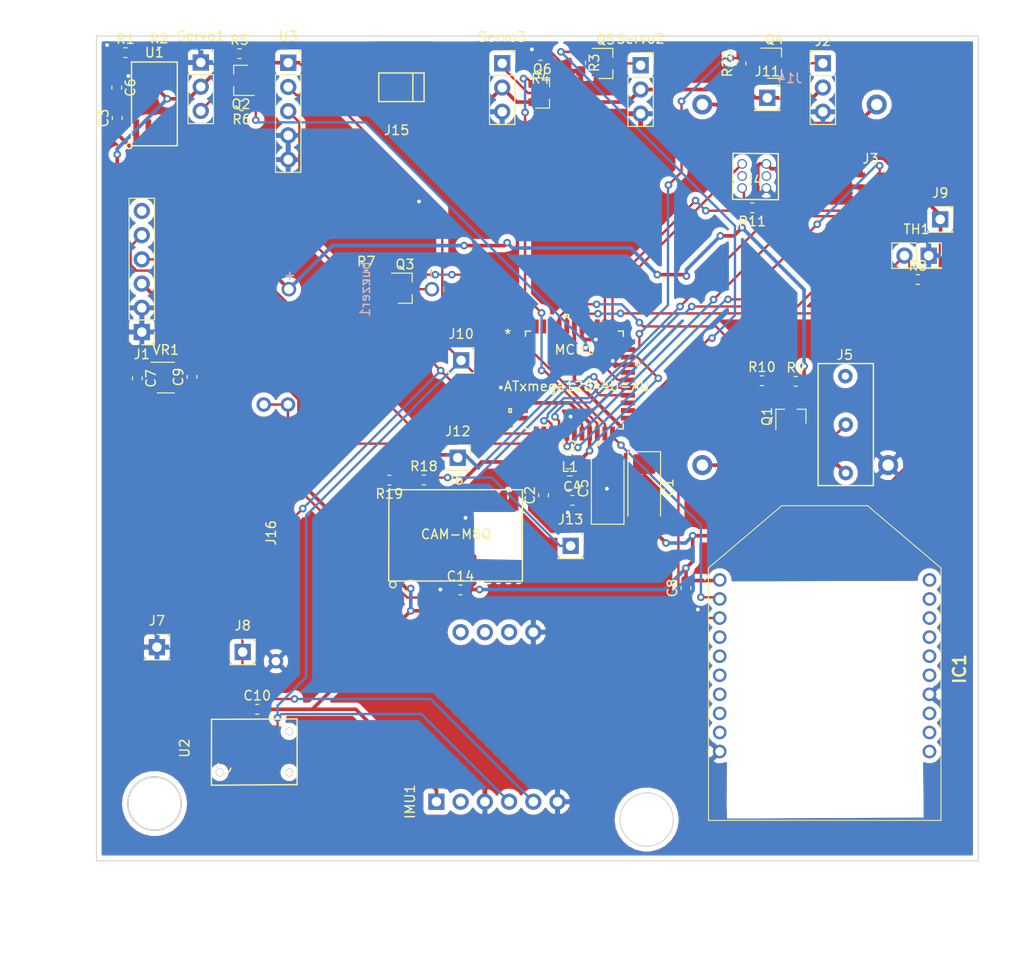
<source format=kicad_pcb>
(kicad_pcb (version 20171130) (host pcbnew "(5.0.0)")
  (layers (0 F.Cu signal) (31 B.Cu signal) (34 B.Paste user) (35 F.Paste user) (36 B.SilkS user) (37 F.SilkS user) (38 B.Mask user) (39 F.Mask user) (44 Edge.Cuts user))
  (net 0 "")
  (net 1 "Net-(Q3-Pad1)")
  (net 2 +6V)
  (net 3 GND)
  (net 4 MCUAVCC)
  (net 5 MCUVCC)
  (net 6 +5V)
  (net 7 SDA)
  (net 8 "Net-(IC1-Pad20)")
  (net 9 "Net-(IC1-Pad19)")
  (net 10 "Net-(IC1-Pad17)")
  (net 11 "Net-(IC1-Pad16)")
  (net 12 "Net-(IC1-Pad15)")
  (net 13 "Net-(IC1-Pad13)")
  (net 14 "Net-(IC1-Pad12)")
  (net 15 "Net-(IC1-Pad11)")
  (net 16 "Net-(IC1-Pad9)")
  (net 17 "Net-(IC1-Pad8)")
  (net 18 "Net-(IC1-Pad7)")
  (net 19 "Net-(IC1-Pad6)")
  (net 20 "Net-(IC1-Pad5)")
  (net 21 "Net-(IC1-Pad4)")
  (net 22 TX_PD3)
  (net 23 RX_PD2)
  (net 24 "Net-(IMU1-Pad2)")
  (net 25 SCL)
  (net 26 "Net-(IMU1-Pad8)")
  (net 27 "Net-(IMU1-Pad9)")
  (net 28 "Net-(IMU1-Pad7)")
  (net 29 USART_RX_PC2)
  (net 30 USART_TX_PC3)
  (net 31 "Net-(J1-Pad6)")
  (net 32 "Net-(J2-Pad1)")
  (net 33 "Net-(J3-Pad5)")
  (net 34 MISO)
  (net 35 MOSI)
  (net 36 SCLK)
  (net 37 CSB)
  (net 38 PDIDATA)
  (net 39 "Net-(J4-Pad3)")
  (net 40 "Net-(J4-Pad4)")
  (net 41 PDICLK)
  (net 42 "Net-(J14-Pad4)")
  (net 43 "Net-(J5-Pad2)")
  (net 44 "Net-(J6-Pad26)")
  (net 45 "Net-(J6-Pad25)")
  (net 46 "Net-(J6-Pad2)")
  (net 47 "Net-(J6-Pad24)")
  (net 48 "Net-(J6-Pad3)")
  (net 49 "Net-(J6-Pad23)")
  (net 50 "Net-(J6-Pad6)")
  (net 51 "Net-(J6-Pad7)")
  (net 52 "Net-(J16-Pad2)")
  (net 53 "Net-(J6-Pad16)")
  (net 54 "Net-(J6-Pad29)")
  (net 55 "Net-(J6-Pad27)")
  (net 56 "Net-(J6-Pad30)")
  (net 57 "Net-(J6-Pad28)")
  (net 58 TX_PD7)
  (net 59 RX_PD6)
  (net 60 "Net-(J14-Pad1)")
  (net 61 "Net-(J15-Pad4)")
  (net 62 "Net-(J15-Pad3)")
  (net 63 "Net-(J15-Pad2)")
  (net 64 "Net-(J15-Pad6)")
  (net 65 MoterRIN2)
  (net 66 "Net-(MCU1-Pad2)")
  (net 67 "Net-(MCU1-Pad3)")
  (net 68 MotorFIN1)
  (net 69 MoterRIN1)
  (net 70 "Net-(MCU1-Pad6)")
  (net 71 "Net-(MCU1-Pad7)")
  (net 72 TC_PD0)
  (net 73 Buzzer)
  (net 74 TCD1)
  (net 75 "Net-(MCU1-Pad25)")
  (net 76 PWM)
  (net 77 "Net-(MCU1-Pad29)")
  (net 78 cameraon)
  (net 79 INT)
  (net 80 "Net-(MCU1-Pad36)")
  (net 81 "Net-(MCU1-Pad37)")
  (net 82 Therm_ADCA0)
  (net 83 ADC_A1)
  (net 84 "Net-(MCU1-Pad42)")
  (net 85 "Net-(MCU1-Pad43)")
  (net 86 MotorFIN2)
  (net 87 "Net-(Q2-Pad1)")
  (net 88 "Net-(Q5-Pad1)")
  (net 89 "Net-(Q6-Pad1)")
  (net 90 "Net-(R1-Pad2)")
  (net 91 "Net-(U1-Pad1)")
  (net 92 "Net-(U1-Pad5)")
  (net 93 "Net-(U1-Pad4)")
  (net 94 "Net-(U2-Pad4)")
  (net 95 "Net-(U2-Pad16)")
  (net 96 "Net-(U2-Pad15)")
  (net 97 "Net-(U2-Pad14)")
  (net 98 "Net-(U2-Pad13)")
  (net 99 "Net-(U2-Pad12)")
  (net 100 "Net-(VR1-Pad4)")
  (net 101 +3V3)
  (module valkyrie_footprints:Buzzer (layer B.Cu) (at 102.7684 47.5996 270)
    (fp_text reference buzzer1 (at 0 -0.5 270) (layer B.SilkS) (effects (justify mirror)))
    (fp_text value buzzer_MAS803Q)
    (fp_text user + (at -1.42 7.47 270) (layer B.SilkS) (effects (justify mirror)))
    (fp_text user - (at -1.68 -7.33 270) (layer B.SilkS) (effects (justify mirror)))
    (pad 1 thru_hole circle (at 0 -7.5 270) (size 1.524 1.524) (drill 1) (layers *.Cu *.Mask) (net 1 "Net-(Q3-Pad1)"))
    (pad 2 thru_hole circle (at 0 7.5 270) (size 1.524 1.524) (drill 1) (layers *.Cu *.Mask) (net 2 +6V))
  )
  (module Capacitor_Tantalum_SMD:CP_EIA-6032-15_Kemet-U (layer F.Cu) (at 132.5372 68.4022 270)
    (fp_text reference C1 (at 0 -2.55 270) (layer F.SilkS))
    (fp_text value 10uF)
    (pad 2 smd roundrect (at 2.4625 0 270) (size 2.075 2.35) (layers F.Cu F.Paste F.Mask) (roundrect_rratio 0.120482) (net 3 GND))
    (pad 1 smd roundrect (at -2.4625 0 270) (size 2.075 2.35) (layers F.Cu F.Paste F.Mask) (roundrect_rratio 0.120482) (net 4 MCUAVCC))
  )
  (module Capacitor_SMD:C_0603_1608Metric (layer F.Cu) (at 121.9835 69.215 90)
    (fp_text reference C2 (at 0 -1.43 90) (layer F.SilkS))
    (fp_text value 100nF)
    (pad 1 smd roundrect (at -0.7875 0 90) (size 0.875 0.95) (layers F.Cu F.Paste F.Mask) (net 3 GND))
    (pad 2 smd roundrect (at 0.7875 0 90) (size 0.875 0.95) (layers F.Cu F.Paste F.Mask) (net 4 MCUAVCC))
  )
  (module Capacitor_SMD:C_0603_1608Metric (layer F.Cu) (at 77.2668 29.6545 90)
    (fp_text reference C3 (at 0 -1.43 90) (layer F.SilkS))
    (fp_text value 5uF)
    (pad 1 smd roundrect (at -0.7875 0 90) (size 0.875 0.95) (layers F.Cu F.Paste F.Mask) (net 2 +6V))
    (pad 2 smd roundrect (at 0.7875 0 90) (size 0.875 0.95) (layers F.Cu F.Paste F.Mask) (net 3 GND))
  )
  (module Capacitor_SMD:C_0603_1608Metric (layer F.Cu) (at 125.0061 69.7484)
    (fp_text reference C4 (at 0 -1.43) (layer F.SilkS))
    (fp_text value 100nF)
    (pad 2 smd roundrect (at 0.7875 0) (size 0.875 0.95) (layers F.Cu F.Paste F.Mask) (net 5 MCUVCC))
    (pad 1 smd roundrect (at -0.7875 0) (size 0.875 0.95) (layers F.Cu F.Paste F.Mask) (net 3 GND))
  )
  (module Capacitor_Tantalum_SMD:CP_EIA-6032-15_Kemet-U (layer F.Cu) (at 128.7018 68.4911 90)
    (fp_text reference C5 (at 0 -2.55 90) (layer F.SilkS))
    (fp_text value 10uF)
    (pad 1 smd roundrect (at -2.4625 0 90) (size 2.075 2.35) (layers F.Cu F.Paste F.Mask) (roundrect_rratio 0.120482) (net 5 MCUVCC))
    (pad 2 smd roundrect (at 2.4625 0 90) (size 2.075 2.35) (layers F.Cu F.Paste F.Mask) (roundrect_rratio 0.120482) (net 3 GND))
  )
  (module Capacitor_SMD:C_0603_1608Metric (layer F.Cu) (at 77.216 26.4541 270)
    (fp_text reference C6 (at 0 -1.43 270) (layer F.SilkS))
    (fp_text value 10uF)
    (pad 1 smd roundrect (at -0.7875 0 270) (size 0.875 0.95) (layers F.Cu F.Paste F.Mask) (net 6 +5V))
    (pad 2 smd roundrect (at 0.7875 0 270) (size 0.875 0.95) (layers F.Cu F.Paste F.Mask) (net 3 GND))
  )
  (module Capacitor_SMD:C_0603_1608Metric (layer F.Cu) (at 79.375 56.9594 270)
    (fp_text reference C7 (at 0 -1.43 270) (layer F.SilkS))
    (fp_text value 1uF)
    (pad 1 smd roundrect (at -0.7875 0 270) (size 0.875 0.95) (layers F.Cu F.Paste F.Mask) (net 6 +5V))
    (pad 2 smd roundrect (at 0.7875 0 270) (size 0.875 0.95) (layers F.Cu F.Paste F.Mask) (net 3 GND))
  )
  (module Capacitor_SMD:C_0603_1608Metric (layer F.Cu) (at 136.9187 78.9432 90)
    (fp_text reference C8 (at 0 -1.43 90) (layer F.SilkS))
    (fp_text value 1uF)
    (pad 1 smd roundrect (at -0.7875 0 90) (size 0.875 0.95) (layers F.Cu F.Paste F.Mask) (net 3 GND))
    (pad 2 smd roundrect (at 0.7875 0 90) (size 0.875 0.95) (layers F.Cu F.Paste F.Mask) (net 101 +3V3))
  )
  (module Capacitor_SMD:C_0603_1608Metric (layer F.Cu) (at 85.1154 56.807 90)
    (fp_text reference C9 (at 0 -1.43 90) (layer F.SilkS))
    (fp_text value 50uF)
    (pad 2 smd roundrect (at 0.7875 0 90) (size 0.875 0.95) (layers F.Cu F.Paste F.Mask) (net 101 +3V3))
    (pad 1 smd roundrect (at -0.7875 0 90) (size 0.875 0.95) (layers F.Cu F.Paste F.Mask) (net 3 GND))
  )
  (module Capacitor_SMD:C_0603_1608Metric (layer F.Cu) (at 91.948 91.6559)
    (fp_text reference C10 (at 0 -1.43) (layer F.SilkS))
    (fp_text value 100nF)
    (pad 2 smd roundrect (at 0.7875 0) (size 0.875 0.95) (layers F.Cu F.Paste F.Mask) (net 101 +3V3))
    (pad 1 smd roundrect (at -0.7875 0) (size 0.875 0.95) (layers F.Cu F.Paste F.Mask) (net 3 GND))
  )
  (module Capacitor_SMD:C_0603_1608Metric (layer F.Cu) (at 113.26368 79.13878)
    (fp_text reference C14 (at 0 -1.43) (layer F.SilkS))
    (fp_text value 5uF)
    (pad 2 smd roundrect (at 0.7875 0) (size 0.875 0.95) (layers F.Cu F.Paste F.Mask) (net 101 +3V3))
    (pad 1 smd roundrect (at -0.7875 0) (size 0.875 0.95) (layers F.Cu F.Paste F.Mask) (net 3 GND))
  )
  (module valkyrie_footprints:XBP9BXCWT001 (layer F.Cu) (at 140.462 78.0288)
    (fp_text reference IC1 (at 25.146 9.398 270) (layer F.SilkS) (effects (font (size 1.27 1.27) (thickness 0.254))))
    (fp_text value XBP9B-XCWT-001 hide)
    (pad 20 thru_hole circle (at 21.99 0.06 90) (size 1.431 1.431) (drill 0.92) (layers *.Cu *.Mask) (net 8 "Net-(IC1-Pad20)"))
    (pad 19 thru_hole circle (at 21.99 2.06 90) (size 1.431 1.431) (drill 0.92) (layers *.Cu *.Mask) (net 9 "Net-(IC1-Pad19)"))
    (pad 18 thru_hole circle (at 21.99 4.06 90) (size 1.431 1.431) (drill 0.92) (layers *.Cu *.Mask))
    (pad 17 thru_hole circle (at 21.99 6.06 90) (size 1.431 1.431) (drill 0.92) (layers *.Cu *.Mask) (net 10 "Net-(IC1-Pad17)"))
    (pad 16 thru_hole circle (at 21.99 8.06 90) (size 1.431 1.431) (drill 0.92) (layers *.Cu *.Mask) (net 11 "Net-(IC1-Pad16)"))
    (pad 15 thru_hole circle (at 21.99 10.06 90) (size 1.431 1.431) (drill 0.92) (layers *.Cu *.Mask) (net 12 "Net-(IC1-Pad15)"))
    (pad 14 thru_hole circle (at 21.99 12.06 90) (size 1.431 1.431) (drill 0.92) (layers *.Cu *.Mask) (net 3 GND))
    (pad 13 thru_hole circle (at 21.99 14.06 90) (size 1.431 1.431) (drill 0.92) (layers *.Cu *.Mask) (net 13 "Net-(IC1-Pad13)"))
    (pad 12 thru_hole circle (at 21.99 16.06 90) (size 1.431 1.431) (drill 0.92) (layers *.Cu *.Mask) (net 14 "Net-(IC1-Pad12)"))
    (pad 11 thru_hole circle (at 21.99 18.06 90) (size 1.431 1.431) (drill 0.92) (layers *.Cu *.Mask) (net 15 "Net-(IC1-Pad11)"))
    (pad 10 thru_hole circle (at -0.01 18.06 90) (size 1.431 1.431) (drill 0.92) (layers *.Cu *.Mask) (net 3 GND))
    (pad 9 thru_hole circle (at -0.01 16.06 90) (size 1.431 1.431) (drill 0.92) (layers *.Cu *.Mask) (net 16 "Net-(IC1-Pad9)"))
    (pad 8 thru_hole circle (at -0.01 14.06 90) (size 1.431 1.431) (drill 0.92) (layers *.Cu *.Mask) (net 17 "Net-(IC1-Pad8)"))
    (pad 7 thru_hole circle (at -0.01 12.06 90) (size 1.431 1.431) (drill 0.92) (layers *.Cu *.Mask) (net 18 "Net-(IC1-Pad7)"))
    (pad 6 thru_hole circle (at -0.01 10.06 90) (size 1.431 1.431) (drill 0.92) (layers *.Cu *.Mask) (net 19 "Net-(IC1-Pad6)"))
    (pad 5 thru_hole circle (at -0.01 8.06 90) (size 1.431 1.431) (drill 0.92) (layers *.Cu *.Mask) (net 20 "Net-(IC1-Pad5)"))
    (pad 4 thru_hole circle (at -0.01 6.06 90) (size 1.431 1.431) (drill 0.92) (layers *.Cu *.Mask) (net 21 "Net-(IC1-Pad4)"))
    (pad 3 thru_hole circle (at -0.01 4.06 90) (size 1.431 1.431) (drill 0.92) (layers *.Cu *.Mask) (net 22 TX_PD3))
    (pad 2 thru_hole circle (at -0.01 2.06 90) (size 1.431 1.431) (drill 0.92) (layers *.Cu *.Mask) (net 23 RX_PD2))
    (pad 1 thru_hole circle (at -0.01 0.06 90) (size 1.431 1.431) (drill 0.92) (layers *.Cu *.Mask) (net 101 +3V3))
  )
  (module valkyrie_footprints:BNO055breakout (layer F.Cu) (at 103.759 101.35108 90)
    (fp_text reference IMU1 (at 0 4.215 90) (layer F.SilkS))
    (fp_text value BN0055breakout)
    (pad 1 thru_hole rect (at 0 6.985 90) (size 1.7 1.7) (drill 1) (layers *.Cu *.Mask) (net 101 +3V3))
    (pad 2 thru_hole oval (at 0 9.525 90) (size 1.7 1.7) (drill 1) (layers *.Cu *.Mask) (net 24 "Net-(IMU1-Pad2)"))
    (pad 3 thru_hole oval (at 0 12.065 90) (size 1.7 1.7) (drill 1) (layers *.Cu *.Mask) (net 3 GND))
    (pad 4 thru_hole oval (at 0 14.605 90) (size 1.7 1.7) (drill 1) (layers *.Cu *.Mask) (net 7 SDA))
    (pad 5 thru_hole oval (at 0 17.145 90) (size 1.7 1.7) (drill 1) (layers *.Cu *.Mask) (net 25 SCL))
    (pad 6 thru_hole oval (at 0 19.685 90) (size 1.7 1.7) (drill 1) (layers *.Cu *.Mask) (net 3 GND))
    (pad 8 thru_hole oval (at 17.78 12.065 270) (size 1.7 1.7) (drill 1) (layers *.Cu *.Mask) (net 26 "Net-(IMU1-Pad8)"))
    (pad 9 thru_hole oval (at 17.78 14.605 270) (size 1.7 1.7) (drill 1) (layers *.Cu *.Mask) (net 27 "Net-(IMU1-Pad9)"))
    (pad 7 thru_hole oval (at 17.78 9.525 270) (size 1.7 1.7) (drill 1) (layers *.Cu *.Mask) (net 28 "Net-(IMU1-Pad7)"))
    (pad 10 thru_hole oval (at 17.78 17.145 270) (size 1.7 1.7) (drill 1) (layers *.Cu *.Mask) (net 3 GND))
  )
  (module valkyrie_footprints:PinHeader_1x06_P2.54mm_Vertical (layer F.Cu) (at 79.8449 52.0954 180)
    (fp_text reference J1 (at 0 -2.33 180) (layer F.SilkS))
    (fp_text value OpenlogBreakout)
    (pad 1 thru_hole rect (at 0 0 180) (size 1.7 1.7) (drill 1) (layers *.Cu *.Mask) (net 3 GND))
    (pad 2 thru_hole oval (at 0 2.54 180) (size 1.7 1.7) (drill 1) (layers *.Cu *.Mask) (net 3 GND))
    (pad 3 thru_hole oval (at 0 5.08 180) (size 1.7 1.7) (drill 1) (layers *.Cu *.Mask) (net 101 +3V3))
    (pad 4 thru_hole oval (at 0 7.62 180) (size 1.7 1.7) (drill 1) (layers *.Cu *.Mask) (net 29 USART_RX_PC2))
    (pad 5 thru_hole oval (at 0 10.16 180) (size 1.7 1.7) (drill 1) (layers *.Cu *.Mask) (net 30 USART_TX_PC3))
    (pad 6 thru_hole oval (at 0 12.7 180) (size 1.7 1.7) (drill 1) (layers *.Cu *.Mask) (net 31 "Net-(J1-Pad6)"))
  )
  (module valkyrie_footprints:PinHeader_1x03_P2.54mm_Vertical (layer F.Cu) (at 151.2697 23.9141)
    (fp_text reference J2 (at 0 -2.33) (layer F.SilkS))
    (fp_text value Camera)
    (pad 1 thru_hole rect (at 0 0) (size 1.7 1.7) (drill 1) (layers *.Cu *.Mask) (net 32 "Net-(J2-Pad1)"))
    (pad 2 thru_hole oval (at 0 2.54) (size 1.7 1.7) (drill 1) (layers *.Cu *.Mask) (net 6 +5V))
    (pad 3 thru_hole oval (at 0 5.08) (size 1.7 1.7) (drill 1) (layers *.Cu *.Mask) (net 3 GND))
  )
  (module valkyrie_footprints:pressure_MS5607 (layer F.Cu) (at 156.3116 37.4904)
    (fp_text reference J3 (at -0.04 -3.57) (layer F.SilkS))
    (fp_text value Pressure_MS5607)
    (pad 5 smd rect (at 1.05 1.875) (size 0.9 0.5) (layers F.Cu F.Paste F.Mask) (net 33 "Net-(J3-Pad5)"))
    (pad 6 smd rect (at 1.05 0.625) (size 0.9 0.5) (layers F.Cu F.Paste F.Mask) (net 34 MISO))
    (pad 7 smd rect (at 1.05 -0.625) (size 0.9 0.5) (layers F.Cu F.Paste F.Mask) (net 35 MOSI))
    (pad 8 smd rect (at 1.05 -1.875) (size 0.9 0.5) (layers F.Cu F.Paste F.Mask) (net 36 SCLK))
    (pad 4 smd rect (at -1.05 1.875) (size 0.9 0.5) (layers F.Cu F.Paste F.Mask) (net 37 CSB))
    (pad 3 smd rect (at -1.05 0.625) (size 0.9 0.5) (layers F.Cu F.Paste F.Mask) (net 3 GND))
    (pad 2 smd rect (at -1.05 -0.625) (size 0.9 0.5) (layers F.Cu F.Paste F.Mask) (net 3 GND))
    (pad 1 smd rect (at -1.05 -1.875) (size 0.9 0.5) (layers F.Cu F.Paste F.Mask) (net 101 +3V3))
  )
  (module "valkyrie_footprints:PDI connector" (layer F.Cu) (at 144.075401 35.729001)
    (fp_text reference J4 (at 0 0.5) (layer F.SilkS))
    (fp_text value Debugger)
    (pad 1 thru_hole circle (at -1.27 -1.27) (size 1.016 1.016) (drill 0.762) (layers *.Cu *.Mask) (net 38 PDIDATA))
    (pad 2 thru_hole circle (at 1.27 -1.27) (size 1.016 1.016) (drill 0.762) (layers *.Cu *.Mask) (net 101 +3V3))
    (pad 3 thru_hole circle (at -1.27 0) (size 1.016 1.016) (drill 0.762) (layers *.Cu *.Mask) (net 39 "Net-(J4-Pad3)"))
    (pad 4 thru_hole circle (at 1.27 0) (size 1.016 1.016) (drill 0.762) (layers *.Cu *.Mask) (net 40 "Net-(J4-Pad4)"))
    (pad 5 thru_hole circle (at -1.27 1.27) (size 1.016 1.016) (drill 0.762) (layers *.Cu *.Mask) (net 41 PDICLK))
    (pad 6 thru_hole circle (at 1.27 1.27) (size 1.016 1.016) (drill 0.762) (layers *.Cu *.Mask) (net 3 GND))
  )
  (module valkyrie_footprints:RBF_SS0750301F020P1A (layer F.Cu) (at 153.67 61.7982)
    (fp_text reference J5 (at -0.09 -7.3) (layer F.SilkS))
    (fp_text value RBF)
    (pad 1 thru_hole circle (at 0 5.08) (size 1.524 1.524) (drill 0.762) (layers *.Cu *.Mask) (net 42 "Net-(J14-Pad4)"))
    (pad 2 thru_hole circle (at 0 0) (size 1.524 1.524) (drill 0.762) (layers *.Cu *.Mask) (net 43 "Net-(J5-Pad2)"))
    (pad 3 thru_hole circle (at -0.04 -5.08) (size 1.524 1.524) (drill 0.762) (layers *.Cu *.Mask))
  )
  (module valkyrie_footprints:CAM-M8Q (layer F.Cu) (at 112.74908 73.42968)
    (fp_text reference J6 (at 0 -5.85) (layer F.SilkS))
    (fp_text value CAM-M8Q-GPS)
    (fp_text user CAM-M8Q (at 0.0508 -0.127) (layer F.SilkS))
    (pad 26 smd rect (at -6 -3.6) (size 0.8 2) (layers F.Cu F.Paste F.Mask) (net 44 "Net-(J6-Pad26)"))
    (pad 1 smd rect (at -6 3.6) (size 0.8 2) (layers F.Cu F.Paste F.Mask) (net 101 +3V3))
    (pad 25 smd rect (at -5 -3.6) (size 0.8 2) (layers F.Cu F.Paste F.Mask) (net 45 "Net-(J6-Pad25)"))
    (pad 2 smd rect (at -5 3.6) (size 0.8 2) (layers F.Cu F.Paste F.Mask) (net 46 "Net-(J6-Pad2)"))
    (pad 24 smd rect (at -4 -3.6) (size 0.8 2) (layers F.Cu F.Paste F.Mask) (net 47 "Net-(J6-Pad24)"))
    (pad 3 smd rect (at -4 3.6) (size 0.8 2) (layers F.Cu F.Paste F.Mask) (net 48 "Net-(J6-Pad3)"))
    (pad 23 smd rect (at -3 -3.6) (size 0.8 2) (layers F.Cu F.Paste F.Mask) (net 49 "Net-(J6-Pad23)"))
    (pad 4 smd rect (at -3 3.6) (size 0.8 2) (layers F.Cu F.Paste F.Mask) (net 3 GND))
    (pad 22 smd rect (at -2 -3.6) (size 0.8 2) (layers F.Cu F.Paste F.Mask) (net 3 GND))
    (pad 5 smd rect (at -2 3.6) (size 0.8 2) (layers F.Cu F.Paste F.Mask) (net 3 GND))
    (pad 21 smd rect (at -1 -3.6) (size 0.8 2) (layers F.Cu F.Paste F.Mask) (net 3 GND))
    (pad 6 smd rect (at -1 3.6) (size 0.8 2) (layers F.Cu F.Paste F.Mask) (net 50 "Net-(J6-Pad6)"))
    (pad 20 smd rect (at 0 -3.6) (size 0.8 2) (layers F.Cu F.Paste F.Mask) (net 101 +3V3))
    (pad 7 smd rect (at 0 3.6) (size 0.8 2) (layers F.Cu F.Paste F.Mask) (net 51 "Net-(J6-Pad7)"))
    (pad 19 smd rect (at 1 -3.6) (size 0.8 2) (layers F.Cu F.Paste F.Mask) (net 3 GND))
    (pad 8 smd rect (at 1 3.6) (size 0.8 2) (layers F.Cu F.Paste F.Mask) (net 52 "Net-(J16-Pad2)"))
    (pad 18 smd rect (at 2 -3.6) (size 0.8 2) (layers F.Cu F.Paste F.Mask) (net 3 GND))
    (pad 9 smd rect (at 2 3.6) (size 0.8 2) (layers F.Cu F.Paste F.Mask) (net 101 +3V3))
    (pad 17 smd rect (at 3 -3.6) (size 0.8 2) (layers F.Cu F.Paste F.Mask) (net 53 "Net-(J6-Pad16)"))
    (pad 10 smd rect (at 3 3.6) (size 0.8 2) (layers F.Cu F.Paste F.Mask) (net 3 GND))
    (pad 16 smd rect (at 4 -3.6) (size 0.8 2) (layers F.Cu F.Paste F.Mask) (net 53 "Net-(J6-Pad16)"))
    (pad 11 smd rect (at 4 3.6) (size 0.8 2) (layers F.Cu F.Paste F.Mask) (net 3 GND))
    (pad 15 smd rect (at 5 -3.6) (size 0.8 2) (layers F.Cu F.Paste F.Mask) (net 3 GND))
    (pad 12 smd rect (at 5 3.6) (size 0.8 2) (layers F.Cu F.Paste F.Mask) (net 3 GND))
    (pad 14 smd rect (at 6.1 -3.6) (size 1 2) (layers F.Cu F.Paste F.Mask) (net 3 GND))
    (pad 13 smd rect (at 6.1 3.6) (size 1 2) (layers F.Cu F.Paste F.Mask) (net 3 GND))
    (pad 29 smd rect (at -6.56 0 90) (size 0.8 2) (layers F.Cu F.Paste F.Mask) (net 54 "Net-(J6-Pad29)"))
    (pad 27 smd rect (at -6.56 -2 90) (size 0.8 2) (layers F.Cu F.Paste F.Mask) (net 55 "Net-(J6-Pad27)"))
    (pad 31 smd rect (at -6.56 2 90) (size 0.8 2) (layers F.Cu F.Paste F.Mask) (net 3 GND))
    (pad 30 smd rect (at -6.56 1 90) (size 0.8 2) (layers F.Cu F.Paste F.Mask) (net 56 "Net-(J6-Pad30)"))
    (pad 28 smd rect (at -6.56 -1 90) (size 0.8 2) (layers F.Cu F.Paste F.Mask) (net 57 "Net-(J6-Pad28)"))
  )
  (module Connector_PinSocket_2.54mm:PinSocket_1x01_P2.54mm_Vertical (layer F.Cu) (at 81.4324 85.1408)
    (fp_text reference J7 (at 0 -2.77) (layer F.SilkS))
    (fp_text value GND)
    (pad 1 thru_hole rect (at 0 0) (size 1.7 1.7) (drill 1) (layers *.Cu *.Mask) (net 3 GND))
  )
  (module Connector_PinSocket_2.54mm:PinSocket_1x01_P2.54mm_Vertical (layer F.Cu) (at 90.424 85.6488)
    (fp_text reference J8 (at 0 -2.77) (layer F.SilkS))
    (fp_text value SCL)
    (pad 1 thru_hole rect (at 0 0) (size 1.7 1.7) (drill 1) (layers *.Cu *.Mask) (net 25 SCL))
  )
  (module Connector_PinSocket_2.54mm:PinSocket_1x01_P2.54mm_Vertical (layer F.Cu) (at 163.576 40.2844)
    (fp_text reference J9 (at 0 -2.77) (layer F.SilkS))
    (fp_text value 3v)
    (pad 1 thru_hole rect (at 0 0) (size 1.7 1.7) (drill 1) (layers *.Cu *.Mask) (net 101 +3V3))
  )
  (module Connector_PinSocket_2.54mm:PinSocket_1x01_P2.54mm_Vertical (layer F.Cu) (at 113.3348 55.0672)
    (fp_text reference J10 (at 0 -2.77) (layer F.SilkS))
    (fp_text value SDA)
    (pad 1 thru_hole rect (at 0 0) (size 1.7 1.7) (drill 1) (layers *.Cu *.Mask) (net 7 SDA))
  )
  (module Connector_PinSocket_2.54mm:PinSocket_1x01_P2.54mm_Vertical (layer F.Cu) (at 145.4404 27.5336)
    (fp_text reference J11 (at 0 -2.77) (layer F.SilkS))
    (fp_text value 5V)
    (pad 1 thru_hole rect (at 0 0) (size 1.7 1.7) (drill 1) (layers *.Cu *.Mask) (net 6 +5V))
  )
  (module Connector_PinSocket_2.54mm:PinSocket_1x01_P2.54mm_Vertical (layer F.Cu) (at 112.9792 65.278)
    (fp_text reference J12 (at 0 -2.77) (layer F.SilkS))
    (fp_text value Tx)
    (pad 1 thru_hole rect (at 0 0) (size 1.7 1.7) (drill 1) (layers *.Cu *.Mask) (net 58 TX_PD7))
  )
  (module Connector_PinSocket_2.54mm:PinSocket_1x01_P2.54mm_Vertical (layer F.Cu) (at 124.8156 74.5236)
    (fp_text reference J13 (at 0 -2.77) (layer F.SilkS))
    (fp_text value Rx)
    (pad 1 thru_hole rect (at 0 0) (size 1.7 1.7) (drill 1) (layers *.Cu *.Mask) (net 59 RX_PD6))
  )
  (module valkyrie_footprints:BatteryHolder (layer B.Cu) (at 147.7772 47.1424 180)
    (fp_text reference J14 (at 0 21.66 180) (layer B.SilkS) (effects (justify mirror)))
    (fp_text value "Battery_Holder_keystone 1079")
    (pad 1 thru_hole circle (at -9.145 18.91 180) (size 2.1 2.1) (drill 1.2) (layers *.Cu *.Mask) (net 60 "Net-(J14-Pad1)"))
    (pad 2 thru_hole circle (at 9.145 18.91 180) (size 2.1 2.1) (drill 1.2) (layers *.Cu *.Mask) (net 60 "Net-(J14-Pad1)"))
    (pad 4 thru_hole circle (at 9.145 -18.91 180) (size 2.1 2.1) (drill 1.2) (layers *.Cu *.Mask) (net 42 "Net-(J14-Pad4)"))
    (pad 3 thru_hole circle (at -10.34 -18.91 180) (size 2.1 2.1) (drill 1.2) (layers *.Cu *.Mask) (net 3 GND))
  )
  (module CanSAT2ndtry:USB-Mini (layer F.Cu) (at 107.072 26.4252 180)
    (fp_text reference J15 (at 0.5 -4.5 180) (layer F.SilkS))
    (fp_text value USB_B_Mini)
    (pad 5 smd rect (at -1.6 0 180) (size 0.55 2) (layers F.Cu F.Paste F.Mask) (net 3 GND))
    (pad 4 smd rect (at -0.8 0 180) (size 0.55 2) (layers F.Cu F.Paste F.Mask) (net 61 "Net-(J15-Pad4)"))
    (pad 3 smd rect (at 0 0 180) (size 0.55 2) (layers F.Cu F.Paste F.Mask) (net 62 "Net-(J15-Pad3)"))
    (pad 2 smd rect (at 0.8 0 180) (size 0.55 2) (layers F.Cu F.Paste F.Mask) (net 63 "Net-(J15-Pad2)"))
    (pad 1 smd rect (at 1.6 0 180) (size 0.55 2) (layers F.Cu F.Paste F.Mask) (net 6 +5V))
    (pad 7 smd rect (at 5.45 2.6 180) (size 3.2 3.8) (layers F.Cu F.Paste F.Mask))
    (pad 6 smd rect (at -5.45 2.6 180) (size 3.2 3.8) (layers F.Cu F.Paste F.Mask) (net 64 "Net-(J15-Pad6)"))
  )
  (module valkyrie_footprints:coin_Battery_120591-1 (layer F.Cu) (at 93.9038 73.15708 270)
    (fp_text reference J16 (at 0 0.5 270) (layer F.SilkS))
    (fp_text value coinBattery)
    (pad 1 thru_hole circle (at 13.46 0 270) (size 1.524 1.524) (drill 0.9) (layers *.Cu *.Mask) (net 3 GND))
    (pad 2 thru_hole circle (at -13.46 1.27 270) (size 1.524 1.524) (drill 0.9) (layers *.Cu *.Mask) (net 52 "Net-(J16-Pad2)"))
    (pad 3 thru_hole circle (at -13.46 -1.27 270) (size 1.524 1.524) (drill 0.9) (layers *.Cu *.Mask) (net 52 "Net-(J16-Pad2)"))
  )
  (module Inductor_SMD:L_0805_2012Metric_Pad1.15x1.40mm_HandSolder (layer F.Cu) (at 124.7267 67.8942)
    (fp_text reference L1 (at 0 -1.65) (layer F.SilkS))
    (fp_text value 10uH)
    (pad 1 smd roundrect (at -1.025 0) (size 1.15 1.4) (layers F.Cu F.Paste F.Mask) (roundrect_rratio 0.217391) (net 4 MCUAVCC))
    (pad 2 smd roundrect (at 1.025 0) (size 1.15 1.4) (layers F.Cu F.Paste F.Mask) (roundrect_rratio 0.217391) (net 5 MCUVCC))
  )
  (module Inductor_SMD:L_0805_2012Metric_Pad1.15x1.40mm_HandSolder (layer F.Cu) (at 124.5997 65.7225)
    (fp_text reference L2 (at 0 -1.65) (layer F.SilkS))
    (fp_text value 10uH)
    (pad 2 smd roundrect (at 1.025 0) (size 1.15 1.4) (layers F.Cu F.Paste F.Mask) (roundrect_rratio 0.217391) (net 5 MCUVCC))
    (pad 1 smd roundrect (at -1.025 0) (size 1.15 1.4) (layers F.Cu F.Paste F.Mask) (roundrect_rratio 0.217391) (net 101 +3V3))
  )
  (module valkyrie_footprints:ATXMEGA128A4U-AU (layer F.Cu) (at 125.2093 57.1246)
    (fp_text reference MCU1 (at 0 -3.175) (layer F.SilkS))
    (fp_text value ATxmega128A4U-AU (at 0.248999 0.656599) (layer F.SilkS))
    (fp_text user * (at -6.985 -4.781) (layer F.SilkS))
    (pad 1 smd rect (at -5.6134 -4 90) (size 0.508 1.4732) (layers F.Cu F.Paste F.Mask) (net 65 MoterRIN2))
    (pad 2 smd rect (at -5.6134 -3.199999 90) (size 0.508 1.4732) (layers F.Cu F.Paste F.Mask) (net 66 "Net-(MCU1-Pad2)"))
    (pad 3 smd rect (at -5.6134 -2.4 90) (size 0.508 1.4732) (layers F.Cu F.Paste F.Mask) (net 67 "Net-(MCU1-Pad3)"))
    (pad 4 smd rect (at -5.6134 -1.599999 90) (size 0.508 1.4732) (layers F.Cu F.Paste F.Mask) (net 68 MotorFIN1))
    (pad 5 smd rect (at -5.6134 -0.800001 90) (size 0.508 1.4732) (layers F.Cu F.Paste F.Mask) (net 69 MoterRIN1))
    (pad 6 smd rect (at -5.6134 0 90) (size 0.508 1.4732) (layers F.Cu F.Paste F.Mask) (net 70 "Net-(MCU1-Pad6)"))
    (pad 7 smd rect (at -5.6134 0.800001 90) (size 0.508 1.4732) (layers F.Cu F.Paste F.Mask) (net 71 "Net-(MCU1-Pad7)"))
    (pad 8 smd rect (at -5.6134 1.599999 90) (size 0.508 1.4732) (layers F.Cu F.Paste F.Mask) (net 3 GND))
    (pad 9 smd rect (at -5.6134 2.4 90) (size 0.508 1.4732) (layers F.Cu F.Paste F.Mask) (net 5 MCUVCC))
    (pad 10 smd rect (at -5.6134 3.199999 90) (size 0.508 1.4732) (layers F.Cu F.Paste F.Mask) (net 7 SDA))
    (pad 11 smd rect (at -5.6134 4 90) (size 0.508 1.4732) (layers F.Cu F.Paste F.Mask) (net 25 SCL))
    (pad 12 smd rect (at -4 5.6134) (size 0.508 1.4732) (layers F.Cu F.Paste F.Mask) (net 29 USART_RX_PC2))
    (pad 13 smd rect (at -3.199999 5.6134) (size 0.508 1.4732) (layers F.Cu F.Paste F.Mask) (net 30 USART_TX_PC3))
    (pad 14 smd rect (at -2.4 5.6134) (size 0.508 1.4732) (layers F.Cu F.Paste F.Mask) (net 37 CSB))
    (pad 15 smd rect (at -1.599999 5.6134) (size 0.508 1.4732) (layers F.Cu F.Paste F.Mask) (net 35 MOSI))
    (pad 16 smd rect (at -0.800001 5.6134) (size 0.508 1.4732) (layers F.Cu F.Paste F.Mask) (net 34 MISO))
    (pad 17 smd rect (at 0 5.6134) (size 0.508 1.4732) (layers F.Cu F.Paste F.Mask) (net 36 SCLK))
    (pad 18 smd rect (at 0.800001 5.6134) (size 0.508 1.4732) (layers F.Cu F.Paste F.Mask) (net 3 GND))
    (pad 19 smd rect (at 1.599999 5.6134) (size 0.508 1.4732) (layers F.Cu F.Paste F.Mask) (net 5 MCUVCC))
    (pad 20 smd rect (at 2.4 5.6134) (size 0.508 1.4732) (layers F.Cu F.Paste F.Mask) (net 72 TC_PD0))
    (pad 21 smd rect (at 3.199999 5.6134) (size 0.508 1.4732) (layers F.Cu F.Paste F.Mask) (net 73 Buzzer))
    (pad 22 smd rect (at 4 5.6134) (size 0.508 1.4732) (layers F.Cu F.Paste F.Mask) (net 23 RX_PD2))
    (pad 23 smd rect (at 5.6134 4 90) (size 0.508 1.4732) (layers F.Cu F.Paste F.Mask) (net 22 TX_PD3))
    (pad 24 smd rect (at 5.6134 3.199999 90) (size 0.508 1.4732) (layers F.Cu F.Paste F.Mask) (net 74 TCD1))
    (pad 25 smd rect (at 5.6134 2.4 90) (size 0.508 1.4732) (layers F.Cu F.Paste F.Mask) (net 75 "Net-(MCU1-Pad25)"))
    (pad 26 smd rect (at 5.6134 1.599999 90) (size 0.508 1.4732) (layers F.Cu F.Paste F.Mask) (net 59 RX_PD6))
    (pad 27 smd rect (at 5.6134 0.800001 90) (size 0.508 1.4732) (layers F.Cu F.Paste F.Mask) (net 58 TX_PD7))
    (pad 28 smd rect (at 5.6134 0 90) (size 0.508 1.4732) (layers F.Cu F.Paste F.Mask) (net 76 PWM))
    (pad 29 smd rect (at 5.6134 -0.800001 90) (size 0.508 1.4732) (layers F.Cu F.Paste F.Mask) (net 77 "Net-(MCU1-Pad29)"))
    (pad 30 smd rect (at 5.6134 -1.599999 90) (size 0.508 1.4732) (layers F.Cu F.Paste F.Mask) (net 3 GND))
    (pad 31 smd rect (at 5.6134 -2.4 90) (size 0.508 1.4732) (layers F.Cu F.Paste F.Mask) (net 5 MCUVCC))
    (pad 32 smd rect (at 5.6134 -3.199999 90) (size 0.508 1.4732) (layers F.Cu F.Paste F.Mask) (net 78 cameraon))
    (pad 33 smd rect (at 5.6134 -4 90) (size 0.508 1.4732) (layers F.Cu F.Paste F.Mask) (net 79 INT))
    (pad 34 smd rect (at 4 -5.6134) (size 0.508 1.4732) (layers F.Cu F.Paste F.Mask) (net 38 PDIDATA))
    (pad 35 smd rect (at 3.199999 -5.6134) (size 0.508 1.4732) (layers F.Cu F.Paste F.Mask) (net 41 PDICLK))
    (pad 36 smd rect (at 2.4 -5.6134) (size 0.508 1.4732) (layers F.Cu F.Paste F.Mask) (net 80 "Net-(MCU1-Pad36)"))
    (pad 37 smd rect (at 1.599999 -5.6134) (size 0.508 1.4732) (layers F.Cu F.Paste F.Mask) (net 81 "Net-(MCU1-Pad37)"))
    (pad 38 smd rect (at 0.800001 -5.6134) (size 0.508 1.4732) (layers F.Cu F.Paste F.Mask) (net 3 GND))
    (pad 39 smd rect (at 0 -5.6134) (size 0.508 1.4732) (layers F.Cu F.Paste F.Mask) (net 4 MCUAVCC))
    (pad 40 smd rect (at -0.800001 -5.6134) (size 0.508 1.4732) (layers F.Cu F.Paste F.Mask) (net 82 Therm_ADCA0))
    (pad 41 smd rect (at -1.599999 -5.6134) (size 0.508 1.4732) (layers F.Cu F.Paste F.Mask) (net 83 ADC_A1))
    (pad 42 smd rect (at -2.4 -5.6134) (size 0.508 1.4732) (layers F.Cu F.Paste F.Mask) (net 84 "Net-(MCU1-Pad42)"))
    (pad 43 smd rect (at -3.199999 -5.6134) (size 0.508 1.4732) (layers F.Cu F.Paste F.Mask) (net 85 "Net-(MCU1-Pad43)"))
    (pad 44 smd rect (at -4 -5.6134) (size 0.508 1.4732) (layers F.Cu F.Paste F.Mask) (net 86 MotorFIN2))
  )
  (module valkyrie_footprints:SOT-23_PMOS (layer F.Cu) (at 147.9194 60.9506 90)
    (fp_text reference Q1 (at 0 -2.5 90) (layer F.SilkS))
    (fp_text value Q_PMOS_DMG2305UX-13DIDKR-ND)
    (pad 2 smd rect (at -1 -0.95 90) (size 0.9 0.8) (layers F.Cu F.Paste F.Mask) (net 3 GND))
    (pad 3 smd rect (at -1 0.95 90) (size 0.9 0.8) (layers F.Cu F.Paste F.Mask) (net 2 +6V))
    (pad 1 smd rect (at 1 0 90) (size 0.9 0.8) (layers F.Cu F.Paste F.Mask) (net 43 "Net-(J5-Pad2)"))
  )
  (module valkyrie_footprints:SOT-23_PMOS (layer F.Cu) (at 90.2429 25.7023 180)
    (fp_text reference Q2 (at 0 -2.5 180) (layer F.SilkS))
    (fp_text value Q_NMOS_BSS138)
    (pad 1 smd rect (at 1 0 180) (size 0.9 0.8) (layers F.Cu F.Paste F.Mask) (net 87 "Net-(Q2-Pad1)"))
    (pad 3 smd rect (at -1 0.95 180) (size 0.9 0.8) (layers F.Cu F.Paste F.Mask) (net 3 GND))
    (pad 2 smd rect (at -1 -0.95 180) (size 0.9 0.8) (layers F.Cu F.Paste F.Mask) (net 76 PWM))
  )
  (module valkyrie_footprints:SOT-23_PMOS (layer F.Cu) (at 107.442 47.498)
    (fp_text reference Q3 (at 0 -2.5) (layer F.SilkS))
    (fp_text value Q_NMOS_BSS138)
    (pad 2 smd rect (at -1 -0.95) (size 0.9 0.8) (layers F.Cu F.Paste F.Mask) (net 73 Buzzer))
    (pad 3 smd rect (at -1 0.95) (size 0.9 0.8) (layers F.Cu F.Paste F.Mask) (net 3 GND))
    (pad 1 smd rect (at 1 0) (size 0.9 0.8) (layers F.Cu F.Paste F.Mask) (net 1 "Net-(Q3-Pad1)"))
  )
  (module valkyrie_footprints:SOT-23_PMOS (layer F.Cu) (at 146.1737 23.8989)
    (fp_text reference Q4 (at 0 -2.5) (layer F.SilkS))
    (fp_text value Q_NMOS_BSS138)
    (pad 1 smd rect (at 1 0) (size 0.9 0.8) (layers F.Cu F.Paste F.Mask) (net 32 "Net-(J2-Pad1)"))
    (pad 3 smd rect (at -1 0.95) (size 0.9 0.8) (layers F.Cu F.Paste F.Mask) (net 3 GND))
    (pad 2 smd rect (at -1 -0.95) (size 0.9 0.8) (layers F.Cu F.Paste F.Mask) (net 78 cameraon))
  )
  (module valkyrie_footprints:SOT-23_PMOS (layer F.Cu) (at 128.4859 23.9268)
    (fp_text reference Q5 (at 0 -2.5) (layer F.SilkS))
    (fp_text value Q_NMOS_BSS138)
    (pad 1 smd rect (at 1 0) (size 0.9 0.8) (layers F.Cu F.Paste F.Mask) (net 88 "Net-(Q5-Pad1)"))
    (pad 3 smd rect (at -1 0.95) (size 0.9 0.8) (layers F.Cu F.Paste F.Mask) (net 3 GND))
    (pad 2 smd rect (at -1 -0.95) (size 0.9 0.8) (layers F.Cu F.Paste F.Mask) (net 74 TCD1))
  )
  (module valkyrie_footprints:SOT-23_PMOS (layer F.Cu) (at 121.8438 27.0256)
    (fp_text reference Q6 (at 0 -2.5) (layer F.SilkS))
    (fp_text value Q_NMOS_BSS138)
    (pad 2 smd rect (at -1 -0.95) (size 0.9 0.8) (layers F.Cu F.Paste F.Mask) (net 72 TC_PD0))
    (pad 3 smd rect (at -1 0.95) (size 0.9 0.8) (layers F.Cu F.Paste F.Mask) (net 6 +5V))
    (pad 1 smd rect (at 1 0) (size 0.9 0.8) (layers F.Cu F.Paste F.Mask) (net 89 "Net-(Q6-Pad1)"))
  )
  (module Resistor_SMD:R_0603_1608Metric_Pad1.05x0.95mm_HandSolder (layer F.Cu) (at 78.1304 22.7965)
    (fp_text reference R1 (at 0 -1.43) (layer F.SilkS))
    (fp_text value 274kohm)
    (pad 1 smd roundrect (at -0.875 0) (size 1.05 0.95) (layers F.Cu F.Paste F.Mask) (net 6 +5V))
    (pad 2 smd roundrect (at 0.875 0) (size 1.05 0.95) (layers F.Cu F.Paste F.Mask) (net 90 "Net-(R1-Pad2)"))
  )
  (module Resistor_SMD:R_0603_1608Metric_Pad1.05x0.95mm_HandSolder (layer F.Cu) (at 81.6737 22.7457)
    (fp_text reference R2 (at 0 -1.43) (layer F.SilkS))
    (fp_text value 30Kohm)
    (pad 2 smd roundrect (at 0.875 0) (size 1.05 0.95) (layers F.Cu F.Paste F.Mask) (net 3 GND))
    (pad 1 smd roundrect (at -0.875 0) (size 1.05 0.95) (layers F.Cu F.Paste F.Mask) (net 90 "Net-(R1-Pad2)"))
  )
  (module Resistor_SMD:R_0603_1608Metric_Pad1.05x0.95mm_HandSolder (layer F.Cu) (at 125.8697 23.8633 270)
    (fp_text reference R3 (at 0 -1.43 270) (layer F.SilkS))
    (fp_text value 10kohm)
    (pad 2 smd roundrect (at 0.875 0 270) (size 1.05 0.95) (layers F.Cu F.Paste F.Mask) (net 3 GND))
    (pad 1 smd roundrect (at -0.875 0 270) (size 1.05 0.95) (layers F.Cu F.Paste F.Mask) (net 74 TCD1))
  )
  (module Resistor_SMD:R_0603_1608Metric_Pad1.05x0.95mm_HandSolder (layer F.Cu) (at 121.6406 24.1046 180)
    (fp_text reference R4 (at 0 -1.43 180) (layer F.SilkS))
    (fp_text value 10kohm)
    (pad 1 smd roundrect (at -0.875 0 180) (size 1.05 0.95) (layers F.Cu F.Paste F.Mask) (net 72 TC_PD0))
    (pad 2 smd roundrect (at 0.875 0 180) (size 1.05 0.95) (layers F.Cu F.Paste F.Mask) (net 3 GND))
  )
  (module Resistor_SMD:R_0603_1608Metric_Pad1.05x0.95mm_HandSolder (layer F.Cu) (at 90.0811 22.8981)
    (fp_text reference R5 (at 0 -1.43) (layer F.SilkS))
    (fp_text value 10kohm)
    (pad 2 smd roundrect (at 0.875 0) (size 1.05 0.95) (layers F.Cu F.Paste F.Mask) (net 87 "Net-(Q2-Pad1)"))
    (pad 1 smd roundrect (at -0.875 0) (size 1.05 0.95) (layers F.Cu F.Paste F.Mask) (net 6 +5V))
  )
  (module Resistor_SMD:R_0603_1608Metric_Pad1.05x0.95mm_HandSolder (layer F.Cu) (at 90.3097 28.3591 180)
    (fp_text reference R6 (at 0 -1.43 180) (layer F.SilkS))
    (fp_text value 10kohm)
    (pad 1 smd roundrect (at -0.875 0 180) (size 1.05 0.95) (layers F.Cu F.Paste F.Mask) (net 76 PWM))
    (pad 2 smd roundrect (at 0.875 0 180) (size 1.05 0.95) (layers F.Cu F.Paste F.Mask) (net 3 GND))
  )
  (module Resistor_SMD:R_0603_1608Metric_Pad1.05x0.95mm_HandSolder (layer F.Cu) (at 103.378 46.1264)
    (fp_text reference R7 (at 0 -1.43) (layer F.SilkS))
    (fp_text value 10kohm)
    (pad 1 smd roundrect (at -0.875 0) (size 1.05 0.95) (layers F.Cu F.Paste F.Mask) (net 3 GND))
    (pad 2 smd roundrect (at 0.875 0) (size 1.05 0.95) (layers F.Cu F.Paste F.Mask) (net 73 Buzzer))
  )
  (module Resistor_SMD:R_0603_1608Metric_Pad1.05x0.95mm_HandSolder (layer F.Cu) (at 161.2265 46.5836)
    (fp_text reference R8 (at 0 -1.43) (layer F.SilkS))
    (fp_text value 2kohm)
    (pad 1 smd roundrect (at -0.875 0) (size 1.05 0.95) (layers F.Cu F.Paste F.Mask) (net 82 Therm_ADCA0))
    (pad 2 smd roundrect (at 0.875 0) (size 1.05 0.95) (layers F.Cu F.Paste F.Mask) (net 101 +3V3))
  )
  (module Resistor_SMD:R_0603_1608Metric_Pad1.05x0.95mm_HandSolder (layer F.Cu) (at 148.4236 57.2643)
    (fp_text reference R9 (at 0 -1.43) (layer F.SilkS))
    (fp_text value 5kohm)
    (pad 2 smd roundrect (at 0.875 0) (size 1.05 0.95) (layers F.Cu F.Paste F.Mask) (net 2 +6V))
    (pad 1 smd roundrect (at -0.875 0) (size 1.05 0.95) (layers F.Cu F.Paste F.Mask) (net 83 ADC_A1))
  )
  (module Resistor_SMD:R_0603_1608Metric_Pad1.05x0.95mm_HandSolder (layer F.Cu) (at 144.876401 57.200801)
    (fp_text reference R10 (at 0 -1.43) (layer F.SilkS))
    (fp_text value 2kohm)
    (pad 2 smd roundrect (at 0.875 0) (size 1.05 0.95) (layers F.Cu F.Paste F.Mask) (net 83 ADC_A1))
    (pad 1 smd roundrect (at -0.875 0) (size 1.05 0.95) (layers F.Cu F.Paste F.Mask) (net 3 GND))
  )
  (module Resistor_SMD:R_0603_1608Metric_Pad1.05x0.95mm_HandSolder (layer F.Cu) (at 143.8656 39.0652 180)
    (fp_text reference R11 (at 0 -1.43 180) (layer F.SilkS))
    (fp_text value 10kohm)
    (pad 2 smd roundrect (at 0.875 0 180) (size 1.05 0.95) (layers F.Cu F.Paste F.Mask) (net 41 PDICLK))
    (pad 1 smd roundrect (at -0.875 0 180) (size 1.05 0.95) (layers F.Cu F.Paste F.Mask) (net 101 +3V3))
  )
  (module Resistor_SMD:R_0603_1608Metric_Pad1.05x0.95mm_HandSolder (layer F.Cu) (at 109.42704 67.60464)
    (fp_text reference R18 (at 0 -1.43) (layer F.SilkS))
    (fp_text value 220ohm)
    (pad 1 smd roundrect (at -0.875 0) (size 1.05 0.95) (layers F.Cu F.Paste F.Mask) (net 45 "Net-(J6-Pad25)"))
    (pad 2 smd roundrect (at 0.875 0) (size 1.05 0.95) (layers F.Cu F.Paste F.Mask) (net 59 RX_PD6))
  )
  (module Resistor_SMD:R_0603_1608Metric_Pad1.05x0.95mm_HandSolder (layer F.Cu) (at 105.805 67.63004 180)
    (fp_text reference R19 (at 0 -1.43 180) (layer F.SilkS))
    (fp_text value 220ohm)
    (pad 2 smd roundrect (at 0.875 0 180) (size 1.05 0.95) (layers F.Cu F.Paste F.Mask) (net 58 TX_PD7))
    (pad 1 smd roundrect (at -0.875 0 180) (size 1.05 0.95) (layers F.Cu F.Paste F.Mask) (net 44 "Net-(J6-Pad26)"))
  )
  (module Resistor_SMD:R_0603_1608Metric_Pad1.05x0.95mm_HandSolder (layer F.Cu) (at 142.6845 23.9255 90)
    (fp_text reference R20 (at 0 -1.43 90) (layer F.SilkS))
    (fp_text value 10kohm)
    (pad 1 smd roundrect (at -0.875 0 90) (size 1.05 0.95) (layers F.Cu F.Paste F.Mask) (net 3 GND))
    (pad 2 smd roundrect (at 0.875 0 90) (size 1.05 0.95) (layers F.Cu F.Paste F.Mask) (net 78 cameraon))
  )
  (module Connector_PinSocket_2.54mm:PinSocket_1x03_P2.54mm_Vertical (layer F.Cu) (at 86.0298 23.8252)
    (fp_text reference Servo1 (at 0 -2.77) (layer F.SilkS))
    (fp_text value Servo_Adafruit_FS90R)
    (pad 1 thru_hole rect (at 0 0) (size 1.7 1.7) (drill 1) (layers *.Cu *.Mask) (net 3 GND))
    (pad 2 thru_hole oval (at 0 2.54) (size 1.7 1.7) (drill 1) (layers *.Cu *.Mask) (net 6 +5V))
    (pad 3 thru_hole oval (at 0 5.08) (size 1.7 1.7) (drill 1) (layers *.Cu *.Mask) (net 87 "Net-(Q2-Pad1)"))
  )
  (module Connector_PinSocket_2.54mm:PinSocket_1x03_P2.54mm_Vertical (layer F.Cu) (at 132.1562 24.1173)
    (fp_text reference Servo2 (at 0 -2.77) (layer F.SilkS))
    (fp_text value Servo_Adafruit_FS90R)
    (pad 3 thru_hole oval (at 0 5.08) (size 1.7 1.7) (drill 1) (layers *.Cu *.Mask) (net 3 GND))
    (pad 2 thru_hole oval (at 0 2.54) (size 1.7 1.7) (drill 1) (layers *.Cu *.Mask) (net 6 +5V))
    (pad 1 thru_hole rect (at 0 0) (size 1.7 1.7) (drill 1) (layers *.Cu *.Mask) (net 88 "Net-(Q5-Pad1)"))
  )
  (module Connector_PinSocket_2.54mm:PinSocket_1x03_P2.54mm_Vertical (layer F.Cu) (at 117.6401 23.9141)
    (fp_text reference Servo3 (at 0 -2.77) (layer F.SilkS))
    (fp_text value Servo_Adafruit_SG92R)
    (pad 1 thru_hole rect (at 0 0) (size 1.7 1.7) (drill 1) (layers *.Cu *.Mask) (net 89 "Net-(Q6-Pad1)"))
    (pad 2 thru_hole oval (at 0 2.54) (size 1.7 1.7) (drill 1) (layers *.Cu *.Mask) (net 6 +5V))
    (pad 3 thru_hole oval (at 0 5.08) (size 1.7 1.7) (drill 1) (layers *.Cu *.Mask) (net 3 GND))
  )
  (module Connector_PinSocket_2.54mm:PinSocket_2x01_P2.54mm_Vertical (layer F.Cu) (at 162.3695 44.0817)
    (fp_text reference TH1 (at -1.27 -2.77) (layer F.SilkS))
    (fp_text value Therm_NXRT15WB473FA3A016)
    (pad 1 thru_hole rect (at 0 0) (size 1.7 1.7) (drill 1) (layers *.Cu *.Mask) (net 3 GND))
    (pad 2 thru_hole oval (at -2.54 0) (size 1.7 1.7) (drill 1) (layers *.Cu *.Mask) (net 82 Therm_ADCA0))
  )
  (module valkyrie_footprints:VR_TPS7A7001DDAR (layer F.Cu) (at 81.1657 28.1686)
    (fp_text reference U1 (at 0 -5.375) (layer F.SilkS))
    (fp_text value VR_TPS7A7001DDAR)
    (pad 8 smd rect (at -1.905 -2.875) (size 0.6 2.5) (layers F.Cu F.Paste F.Mask) (net 3 GND))
    (pad 1 smd rect (at -1.905 2.875) (size 0.6 2.5) (layers F.Cu F.Paste F.Mask) (net 91 "Net-(U1-Pad1)"))
    (pad 7 smd rect (at -0.635 -2.875) (size 0.6 2.5) (layers F.Cu F.Paste F.Mask) (net 90 "Net-(R1-Pad2)"))
    (pad 2 smd rect (at -0.635 2.875) (size 0.6 2.5) (layers F.Cu F.Paste F.Mask) (net 2 +6V))
    (pad 6 smd rect (at 0.635 -2.875) (size 0.6 2.5) (layers F.Cu F.Paste F.Mask) (net 6 +5V))
    (pad 3 smd rect (at 0.635 2.875) (size 0.6 2.5) (layers F.Cu F.Paste F.Mask) (net 2 +6V))
    (pad 5 smd rect (at 1.905 -2.875) (size 0.6 2.5) (layers F.Cu F.Paste F.Mask) (net 92 "Net-(U1-Pad5)"))
    (pad 4 smd rect (at 1.905 2.875) (size 0.6 2.5) (layers F.Cu F.Paste F.Mask) (net 93 "Net-(U1-Pad4)"))
  )
  (module valkyrie_footprints:Diff_Press (layer F.Cu) (at 91.6592 96.13)
    (fp_text reference U2 (at -7.32 -0.39 90) (layer F.SilkS))
    (fp_text value SAir_Speed_DP32-125PA-TR-250PCS)
    (pad 4 smd rect (at -2 -2.15) (size 0.6 1.25) (layers F.Cu F.Paste F.Mask) (net 94 "Net-(U2-Pad4)"))
    (pad 16 smd rect (at -2 2.15) (size 0.6 1.25) (layers F.Cu F.Paste F.Mask) (net 95 "Net-(U2-Pad16)"))
    (pad 5 smd rect (at -1 -2.15) (size 0.6 1.25) (layers F.Cu F.Paste F.Mask) (net 25 SCL))
    (pad 15 smd rect (at -1 2.15) (size 0.6 1.25) (layers F.Cu F.Paste F.Mask) (net 96 "Net-(U2-Pad15)"))
    (pad 6 smd rect (at 0 -2.15) (size 0.6 1.25) (layers F.Cu F.Paste F.Mask) (net 3 GND))
    (pad 14 smd rect (at 0 2.15) (size 0.6 1.25) (layers F.Cu F.Paste F.Mask) (net 97 "Net-(U2-Pad14)"))
    (pad 7 smd rect (at 1 -2.15) (size 0.6 1.25) (layers F.Cu F.Paste F.Mask) (net 101 +3V3))
    (pad 13 smd rect (at 1 2.15) (size 0.6 1.25) (layers F.Cu F.Paste F.Mask) (net 98 "Net-(U2-Pad13)"))
    (pad 8 smd rect (at 2 -2.15) (size 0.6 1.25) (layers F.Cu F.Paste F.Mask) (net 7 SDA))
    (pad 12 smd rect (at 2 2.15) (size 0.6 1.25) (layers F.Cu F.Paste F.Mask) (net 99 "Net-(U2-Pad12)"))
    (pad 9 smd rect (at 2.825 -1) (size 1.25 0.6) (layers F.Cu F.Paste F.Mask) (net 3 GND))
    (pad 10 smd rect (at 2.825 0) (size 1.25 0.6) (layers F.Cu F.Paste F.Mask) (net 3 GND))
    (pad 11 smd rect (at 2.825 1) (size 1.25 0.6) (layers F.Cu F.Paste F.Mask) (net 3 GND))
    (pad 3 smd rect (at -2.825 -1) (size 1.25 0.6) (layers F.Cu F.Paste F.Mask) (net 3 GND))
    (pad 2 smd rect (at -2.825 0) (size 1.25 0.6) (layers F.Cu F.Paste F.Mask) (net 3 GND))
    (pad 1 smd rect (at -2.825 1) (size 1.25 0.6) (layers F.Cu F.Paste F.Mask) (net 3 GND))
    (pad "" thru_hole circle (at 3.65 2.15) (size 0.8 0.8) (drill 0.762) (layers *.Cu *.Mask))
    (pad "" thru_hole circle (at 3.65 -2.15) (size 0.8 0.8) (drill 0.762) (layers *.Cu *.Mask))
    (pad "" thru_hole circle (at -3.65 2.15) (size 0.8 0.8) (drill 0.762) (layers *.Cu *.Mask))
  )
  (module Connector_PinSocket_2.54mm:PinSocket_1x05_P2.54mm_Vertical (layer F.Cu) (at 95.1992 23.8506)
    (fp_text reference U3 (at 0 -2.77) (layer F.SilkS))
    (fp_text value SPS30)
    (pad 1 thru_hole rect (at 0 0) (size 1.7 1.7) (drill 1) (layers *.Cu *.Mask) (net 6 +5V))
    (pad 2 thru_hole oval (at 0 2.54) (size 1.7 1.7) (drill 1) (layers *.Cu *.Mask) (net 7 SDA))
    (pad 3 thru_hole oval (at 0 5.08) (size 1.7 1.7) (drill 1) (layers *.Cu *.Mask) (net 25 SCL))
    (pad 4 thru_hole oval (at 0 7.62) (size 1.7 1.7) (drill 1) (layers *.Cu *.Mask) (net 3 GND))
    (pad 5 thru_hole oval (at 0 10.16) (size 1.7 1.7) (drill 1) (layers *.Cu *.Mask) (net 3 GND))
  )
  (module valkyrie_footprints:Vreg3.3 (layer F.Cu) (at 82.3595 56.8706)
    (fp_text reference VR1 (at 0 -2.9) (layer F.SilkS))
    (fp_text value VR__TLV75533PDBVR)
    (pad 1 smd rect (at -1.1 -0.95) (size 1.06 0.65) (layers F.Cu F.Paste F.Mask) (net 6 +5V))
    (pad 2 smd rect (at -1.1 0) (size 1.06 0.65) (layers F.Cu F.Paste F.Mask) (net 3 GND))
    (pad 3 smd rect (at -1.1 0.95) (size 1.06 0.65) (layers F.Cu F.Paste F.Mask) (net 6 +5V))
    (pad 4 smd rect (at 1.1 0.95) (size 1.06 0.65) (layers F.Cu F.Paste F.Mask) (net 100 "Net-(VR1-Pad4)"))
    (pad 5 smd rect (at 1.1 -0.95) (size 1.06 0.65) (layers F.Cu F.Paste F.Mask) (net 101 +3V3))
  )
  (gr_circle (center 132.7912 103.221908) (end 134.1628 105.660308) (layer Edge.Cuts) (width 0.1))
  (gr_circle (center 81.1784 101.545508) (end 83.976092 101.545508) (layer Edge.Cuts) (width 0.2))
  (gr_line (start 75.0824 107.5436) (end 75.0824 21.0566) (layer Edge.Cuts) (width 0.1))
  (gr_line (start 167.5638 107.5436) (end 75.0824 107.5436) (layer Edge.Cuts) (width 0.1))
  (gr_line (start 167.5638 21.0566) (end 167.5638 107.5436) (layer Edge.Cuts) (width 0.1))
  (gr_line (start 75.0824 21.0566) (end 167.5638 21.0566) (layer Edge.Cuts) (width 0.1))
  (segment (start 108.5436 47.5996) (end 108.442 47.498) (width 0.25) (layer F.Cu) (net 1))
  (segment (start 110.2684 47.5996) (end 108.5436 47.5996) (width 0.25) (layer F.Cu) (net 1))
  (segment (start 80.5307 31.9936) (end 80.5307 31.0436) (width 0.381) (layer F.Cu) (net 2))
  (segment (start 79.840199 32.684101) (end 80.5307 31.9936) (width 0.381) (layer F.Cu) (net 2))
  (segment (start 78.648299 32.684101) (end 79.840199 32.684101) (width 0.381) (layer F.Cu) (net 2))
  (segment (start 77.2668 31.302602) (end 78.648299 32.684101) (width 0.381) (layer F.Cu) (net 2))
  (segment (start 77.2668 30.442) (end 77.2668 31.302602) (width 0.381) (layer F.Cu) (net 2))
  (segment (start 80.5307 31.0436) (end 81.8007 31.0436) (width 0.381) (layer F.Cu) (net 2))
  (segment (start 81.8007 34.1319) (end 95.2684 47.5996) (width 0.381) (layer F.Cu) (net 2))
  (segment (start 81.8007 31.0436) (end 81.8007 34.1319) (width 0.381) (layer F.Cu) (net 2))
  (via (at 113.6396 43.0276) (size 0.8) (drill 0.4) (layers F.Cu B.Cu) (net 2))
  (segment (start 95.2684 47.5996) (end 99.8404 43.0276) (width 0.381) (layer B.Cu) (net 2))
  (segment (start 99.8404 43.0276) (end 113.6396 43.0276) (width 0.381) (layer B.Cu) (net 2))
  (via (at 118.1608 42.7228) (size 0.8) (drill 0.4) (layers F.Cu B.Cu) (net 2))
  (segment (start 113.6396 43.0276) (end 117.856 43.0276) (width 0.381) (layer F.Cu) (net 2))
  (segment (start 117.856 43.0276) (end 118.1608 42.7228) (width 0.381) (layer F.Cu) (net 2))
  (segment (start 118.1608 42.7228) (end 118.7196 43.2816) (width 0.381) (layer B.Cu) (net 2))
  (segment (start 118.7196 43.2816) (end 131.0132 43.2816) (width 0.381) (layer B.Cu) (net 2))
  (via (at 133.9088 46.0756) (size 0.8) (drill 0.4) (layers F.Cu B.Cu) (net 2))
  (segment (start 131.0132 43.2816) (end 131.1148 43.2816) (width 0.381) (layer B.Cu) (net 2))
  (segment (start 131.1148 43.2816) (end 133.9088 46.0756) (width 0.381) (layer B.Cu) (net 2))
  (via (at 136.9568 46.228) (size 0.8) (drill 0.4) (layers F.Cu B.Cu) (net 2))
  (segment (start 133.9088 46.0756) (end 136.8044 46.0756) (width 0.381) (layer F.Cu) (net 2))
  (segment (start 136.8044 46.0756) (end 136.9568 46.228) (width 0.381) (layer F.Cu) (net 2))
  (via (at 140.5128 42.0116) (size 0.8) (drill 0.4) (layers F.Cu B.Cu) (net 2))
  (segment (start 136.9568 46.228) (end 136.9568 45.5676) (width 0.381) (layer B.Cu) (net 2))
  (segment (start 136.9568 45.5676) (end 140.5128 42.0116) (width 0.381) (layer B.Cu) (net 2))
  (via (at 142.7988 41.148) (size 0.8) (drill 0.4) (layers F.Cu B.Cu) (net 2))
  (segment (start 140.5128 42.0116) (end 141.9352 42.0116) (width 0.381) (layer F.Cu) (net 2))
  (segment (start 141.9352 42.0116) (end 142.7988 41.148) (width 0.381) (layer F.Cu) (net 2))
  (via (at 149.3012 55.6768) (size 0.8) (drill 0.4) (layers F.Cu B.Cu) (net 2))
  (segment (start 142.7988 41.148) (end 149.3012 47.6504) (width 0.381) (layer B.Cu) (net 2))
  (segment (start 149.3012 47.6504) (end 149.3012 55.6768) (width 0.381) (layer B.Cu) (net 2))
  (segment (start 149.3012 57.2617) (end 149.2986 57.2643) (width 0.381) (layer F.Cu) (net 2))
  (segment (start 149.3012 55.6768) (end 149.3012 57.2617) (width 0.381) (layer F.Cu) (net 2))
  (via (at 76.2 21.9964) (size 0.8) (drill 0.4) (layers F.Cu B.Cu) (net 3))
  (via (at 78.4352 25.2476) (size 0.8) (drill 0.4) (layers F.Cu B.Cu) (net 3))
  (via (at 108.9152 38.4048) (size 0.8) (drill 0.4) (layers F.Cu B.Cu) (net 3))
  (via (at 120.7516 22.4536) (size 0.8) (drill 0.4) (layers F.Cu B.Cu) (net 3))
  (segment (start 120.7656 24.1046) (end 120.7656 22.4676) (width 0.381) (layer F.Cu) (net 3))
  (segment (start 120.7656 22.4676) (end 120.7516 22.4536) (width 0.381) (layer F.Cu) (net 3))
  (via (at 117.5004 57.912) (size 0.8) (drill 0.4) (layers F.Cu B.Cu) (net 3))
  (segment (start 119.5959 58.724599) (end 118.312999 58.724599) (width 0.381) (layer F.Cu) (net 3))
  (segment (start 118.312999 58.724599) (end 117.5004 57.912) (width 0.381) (layer F.Cu) (net 3))
  (via (at 124.5108 71.0184) (size 0.8) (drill 0.4) (layers F.Cu B.Cu) (net 3))
  (segment (start 124.2186 69.7484) (end 124.2186 70.7262) (width 0.381) (layer F.Cu) (net 3))
  (segment (start 124.2186 70.7262) (end 124.5108 71.0184) (width 0.381) (layer F.Cu) (net 3))
  (segment (start 124.5108 71.0184) (end 124.5108 68.375258) (width 0.381) (layer B.Cu) (net 3))
  (via (at 128.6256 68.5292) (size 0.8) (drill 0.4) (layers F.Cu B.Cu) (net 3))
  (via (at 138.161856 81.192544) (size 0.8) (drill 0.4) (layers F.Cu B.Cu) (net 3))
  (segment (start 136.9187 79.7307) (end 136.9187 79.949388) (width 0.381) (layer F.Cu) (net 3))
  (segment (start 136.9187 79.949388) (end 138.161856 81.192544) (width 0.381) (layer F.Cu) (net 3))
  (segment (start 115.74908 77.02968) (end 116.74908 77.02968) (width 0.381) (layer F.Cu) (net 3))
  (via (at 111.1504 79.0956) (size 0.8) (drill 0.4) (layers F.Cu B.Cu) (net 3))
  (segment (start 112.47618 79.13878) (end 111.19358 79.13878) (width 0.381) (layer F.Cu) (net 3))
  (segment (start 111.19358 79.13878) (end 111.1504 79.0956) (width 0.381) (layer F.Cu) (net 3))
  (segment (start 110.74908 77.02968) (end 109.74908 77.02968) (width 0.381) (layer F.Cu) (net 3))
  (segment (start 110.74908 78.69428) (end 111.1504 79.0956) (width 0.381) (layer F.Cu) (net 3))
  (segment (start 110.74908 77.02968) (end 110.74908 78.69428) (width 0.381) (layer F.Cu) (net 3))
  (segment (start 109.74908 75.64868) (end 109.74908 77.02968) (width 0.381) (layer F.Cu) (net 3))
  (segment (start 109.53008 75.42968) (end 109.74908 75.64868) (width 0.381) (layer F.Cu) (net 3))
  (segment (start 106.18908 75.42968) (end 109.53008 75.42968) (width 0.381) (layer F.Cu) (net 3))
  (segment (start 82.1705 56.8706) (end 82.4992 57.1993) (width 0.381) (layer F.Cu) (net 3))
  (segment (start 81.2595 56.8706) (end 82.1705 56.8706) (width 0.381) (layer F.Cu) (net 3))
  (segment (start 82.4992 57.1993) (end 82.4992 59.3344) (width 0.381) (layer F.Cu) (net 3))
  (via (at 127.4572 52.8828) (size 0.8) (drill 0.4) (layers F.Cu B.Cu) (net 3))
  (segment (start 126.263301 52.8828) (end 127.4572 52.8828) (width 0.381) (layer F.Cu) (net 3))
  (segment (start 126.009301 51.5112) (end 126.009301 52.6288) (width 0.381) (layer F.Cu) (net 3))
  (segment (start 126.009301 52.6288) (end 126.263301 52.8828) (width 0.381) (layer F.Cu) (net 3))
  (via (at 129.2352 55.118) (size 0.8) (drill 0.4) (layers F.Cu B.Cu) (net 3))
  (segment (start 127.4572 52.8828) (end 127.4572 53.34) (width 0.381) (layer B.Cu) (net 3))
  (segment (start 127.4572 53.34) (end 129.2352 55.118) (width 0.381) (layer B.Cu) (net 3))
  (segment (start 129.641801 55.524601) (end 130.8227 55.524601) (width 0.381) (layer F.Cu) (net 3))
  (segment (start 129.2352 55.118) (end 129.641801 55.524601) (width 0.381) (layer F.Cu) (net 3))
  (segment (start 111.74908 71.21068) (end 111.76 71.2216) (width 0.381) (layer F.Cu) (net 3))
  (segment (start 111.74908 69.82968) (end 111.74908 71.21068) (width 0.381) (layer F.Cu) (net 3))
  (segment (start 110.74908 70.42968) (end 110.74908 69.82968) (width 0.381) (layer F.Cu) (net 3))
  (segment (start 111.541 71.2216) (end 110.74908 70.42968) (width 0.381) (layer F.Cu) (net 3))
  (segment (start 111.76 71.2216) (end 111.541 71.2216) (width 0.381) (layer F.Cu) (net 3))
  (segment (start 113.74908 69.82968) (end 114.74908 69.82968) (width 0.381) (layer F.Cu) (net 3))
  (segment (start 117.74908 69.82968) (end 118.84908 69.82968) (width 0.381) (layer F.Cu) (net 3))
  (via (at 113.792 71.5772) (size 0.8) (drill 0.4) (layers F.Cu B.Cu) (net 3))
  (segment (start 113.74908 69.82968) (end 113.74908 71.53428) (width 0.381) (layer F.Cu) (net 3))
  (segment (start 113.74908 71.53428) (end 113.792 71.5772) (width 0.381) (layer F.Cu) (net 3))
  (segment (start 113.792 71.5772) (end 110.9472 71.5772) (width 0.381) (layer B.Cu) (net 3))
  (segment (start 91.6592 92.1546) (end 91.6592 93.98) (width 0.381) (layer F.Cu) (net 3))
  (segment (start 91.1605 91.6559) (end 91.6592 92.1546) (width 0.381) (layer F.Cu) (net 3))
  (segment (start 105.611 48.448) (end 106.442 48.448) (width 0.381) (layer F.Cu) (net 3))
  (segment (start 104.2496 48.448) (end 105.611 48.448) (width 0.381) (layer F.Cu) (net 3))
  (segment (start 102.503 46.7014) (end 104.2496 48.448) (width 0.381) (layer F.Cu) (net 3))
  (segment (start 102.503 46.1264) (end 102.503 46.7014) (width 0.381) (layer F.Cu) (net 3))
  (via (at 124.8156 60.96) (size 0.8) (drill 0.4) (layers F.Cu B.Cu) (net 3))
  (segment (start 125.217901 60.96) (end 124.8156 60.96) (width 0.25) (layer F.Cu) (net 3))
  (segment (start 126.009301 62.738) (end 126.009301 61.7514) (width 0.25) (layer F.Cu) (net 3))
  (segment (start 126.009301 61.7514) (end 125.217901 60.96) (width 0.25) (layer F.Cu) (net 3))
  (segment (start 124.8156 60.96) (end 123.3424 62.4332) (width 0.25) (layer B.Cu) (net 3))
  (segment (start 125.8697 24.7383) (end 124.7635 24.7383) (width 0.25) (layer F.Cu) (net 3))
  (segment (start 124.7635 24.7383) (end 122.428 22.4028) (width 0.25) (layer F.Cu) (net 3))
  (segment (start 117.74908 68.57968) (end 117.74908 69.82968) (width 0.25) (layer F.Cu) (net 3))
  (segment (start 117.674079 68.504679) (end 117.74908 68.57968) (width 0.25) (layer F.Cu) (net 3))
  (segment (start 114.74908 68.57968) (end 114.824081 68.504679) (width 0.25) (layer F.Cu) (net 3))
  (segment (start 114.74908 69.82968) (end 114.74908 68.57968) (width 0.25) (layer F.Cu) (net 3))
  (segment (start 117.74908 68.44868) (end 117.74908 69.82968) (width 0.381) (layer F.Cu) (net 3))
  (segment (start 117.739579 68.439179) (end 117.74908 68.44868) (width 0.381) (layer F.Cu) (net 3))
  (segment (start 114.758581 68.439179) (end 117.739579 68.439179) (width 0.381) (layer F.Cu) (net 3))
  (segment (start 114.74908 68.44868) (end 114.758581 68.439179) (width 0.381) (layer F.Cu) (net 3))
  (segment (start 114.74908 69.82968) (end 114.74908 68.44868) (width 0.381) (layer F.Cu) (net 3))
  (segment (start 121.521888 68.889112) (end 121.9835 68.4275) (width 0.381) (layer F.Cu) (net 4))
  (segment (start 121.11799 69.29301) (end 121.521888 68.889112) (width 0.381) (layer F.Cu) (net 4))
  (segment (start 121.11799 70.473616) (end 121.11799 69.29301) (width 0.381) (layer F.Cu) (net 4))
  (segment (start 123.025984 72.38161) (end 121.11799 70.473616) (width 0.381) (layer F.Cu) (net 4))
  (segment (start 133.63861 72.38161) (end 123.025984 72.38161) (width 0.381) (layer F.Cu) (net 4))
  (segment (start 134.10271 71.91751) (end 133.63861 72.38161) (width 0.381) (layer F.Cu) (net 4))
  (segment (start 134.10271 68.64271) (end 134.10271 71.91751) (width 0.381) (layer F.Cu) (net 4))
  (segment (start 132.5372 67.0772) (end 134.10271 68.64271) (width 0.381) (layer F.Cu) (net 4))
  (segment (start 132.5372 65.9397) (end 132.5372 67.0772) (width 0.381) (layer F.Cu) (net 4))
  (segment (start 123.1684 68.4275) (end 123.7017 67.8942) (width 0.381) (layer F.Cu) (net 4))
  (segment (start 121.9835 68.4275) (end 123.1684 68.4275) (width 0.381) (layer F.Cu) (net 4))
  (segment (start 132.5372 64.8022) (end 132.5372 65.9397) (width 0.381) (layer F.Cu) (net 4))
  (segment (start 132.5372 64.4525) (end 132.5372 64.8022) (width 0.381) (layer F.Cu) (net 4))
  (segment (start 125.2093 57.1246) (end 132.5372 64.4525) (width 0.381) (layer F.Cu) (net 4))
  (segment (start 125.2093 51.5112) (end 125.2093 57.1246) (width 0.381) (layer F.Cu) (net 4))
  (segment (start 126.809299 64.537901) (end 126.809299 62.738) (width 0.381) (layer F.Cu) (net 5))
  (segment (start 125.6247 65.7225) (end 126.809299 64.537901) (width 0.381) (layer F.Cu) (net 5))
  (segment (start 125.6247 67.7672) (end 125.7517 67.8942) (width 0.381) (layer F.Cu) (net 5))
  (segment (start 125.6247 65.7225) (end 125.6247 67.7672) (width 0.381) (layer F.Cu) (net 5))
  (segment (start 125.7517 69.7065) (end 125.7936 69.7484) (width 0.381) (layer F.Cu) (net 5))
  (segment (start 125.7517 67.8942) (end 125.7517 69.7065) (width 0.381) (layer F.Cu) (net 5))
  (segment (start 127.4966 69.7484) (end 128.7018 70.9536) (width 0.381) (layer F.Cu) (net 5))
  (segment (start 125.7936 69.7484) (end 127.4966 69.7484) (width 0.381) (layer F.Cu) (net 5))
  (segment (start 126.809299 61.6204) (end 126.809299 62.738) (width 0.381) (layer F.Cu) (net 5))
  (segment (start 124.713499 59.5246) (end 126.809299 61.6204) (width 0.381) (layer F.Cu) (net 5))
  (segment (start 119.5959 59.5246) (end 124.713499 59.5246) (width 0.381) (layer F.Cu) (net 5))
  (via (at 134.0104 56.9468) (size 0.8) (drill 0.4) (layers F.Cu B.Cu) (net 5))
  (segment (start 134.0104 56.9257) (end 134.0104 56.9468) (width 0.25) (layer F.Cu) (net 5))
  (segment (start 130.8227 54.7246) (end 131.8093 54.7246) (width 0.25) (layer F.Cu) (net 5))
  (segment (start 131.8093 54.7246) (end 134.0104 56.9257) (width 0.25) (layer F.Cu) (net 5))
  (via (at 126.809299 64.537901) (size 0.8) (drill 0.4) (layers F.Cu B.Cu) (net 5))
  (segment (start 134.0104 56.9468) (end 126.809299 64.147901) (width 0.25) (layer B.Cu) (net 5))
  (segment (start 126.809299 64.147901) (end 126.809299 64.537901) (width 0.25) (layer B.Cu) (net 5))
  (segment (start 77.216 22.8359) (end 77.2554 22.7965) (width 0.25) (layer F.Cu) (net 6))
  (segment (start 81.8007 26.2436) (end 81.8007 25.2936) (width 0.25) (layer F.Cu) (net 6))
  (segment (start 77.2554 25.6272) (end 77.216 25.6666) (width 0.381) (layer F.Cu) (net 6))
  (segment (start 77.2554 22.7965) (end 77.2554 25.6272) (width 0.381) (layer F.Cu) (net 6))
  (segment (start 77.677612 26.128212) (end 77.216 25.6666) (width 0.381) (layer F.Cu) (net 6))
  (segment (start 78.483501 26.934101) (end 77.677612 26.128212) (width 0.381) (layer F.Cu) (net 6))
  (segment (start 81.791199 26.934101) (end 78.483501 26.934101) (width 0.381) (layer F.Cu) (net 6))
  (segment (start 81.8007 26.9246) (end 81.791199 26.934101) (width 0.381) (layer F.Cu) (net 6))
  (segment (start 81.8007 25.2936) (end 81.8007 26.9246) (width 0.381) (layer F.Cu) (net 6))
  (segment (start 85.179801 27.215199) (end 86.0298 26.3652) (width 0.381) (layer F.Cu) (net 6))
  (segment (start 84.7598 27.6352) (end 85.179801 27.215199) (width 0.381) (layer F.Cu) (net 6))
  (segment (start 82.5113 27.6352) (end 84.7598 27.6352) (width 0.381) (layer F.Cu) (net 6))
  (segment (start 81.8007 26.9246) (end 82.5113 27.6352) (width 0.381) (layer F.Cu) (net 6))
  (segment (start 89.2061 23.1889) (end 89.2061 22.8981) (width 0.381) (layer F.Cu) (net 6))
  (segment (start 86.0298 26.3652) (end 89.2061 23.1889) (width 0.381) (layer F.Cu) (net 6))
  (segment (start 89.705172 22.399028) (end 89.2061 22.8981) (width 0.381) (layer F.Cu) (net 6))
  (segment (start 90.07161 22.03259) (end 89.705172 22.399028) (width 0.381) (layer F.Cu) (net 6))
  (segment (start 91.503732 22.03259) (end 90.07161 22.03259) (width 0.381) (layer F.Cu) (net 6))
  (segment (start 93.321742 23.8506) (end 91.503732 22.03259) (width 0.381) (layer F.Cu) (net 6))
  (segment (start 95.1992 23.8506) (end 93.321742 23.8506) (width 0.381) (layer F.Cu) (net 6))
  (segment (start 104.816 26.4252) (end 105.472 26.4252) (width 0.381) (layer F.Cu) (net 6))
  (segment (start 99.0048 26.4252) (end 104.816 26.4252) (width 0.381) (layer F.Cu) (net 6))
  (segment (start 96.4302 23.8506) (end 99.0048 26.4252) (width 0.381) (layer F.Cu) (net 6))
  (segment (start 95.1992 23.8506) (end 96.4302 23.8506) (width 0.381) (layer F.Cu) (net 6))
  (segment (start 116.790101 27.304099) (end 117.6401 26.4541) (width 0.381) (layer F.Cu) (net 6))
  (segment (start 116.278499 27.815701) (end 116.790101 27.304099) (width 0.381) (layer F.Cu) (net 6))
  (segment (start 105.481501 27.815701) (end 116.278499 27.815701) (width 0.381) (layer F.Cu) (net 6))
  (segment (start 105.472 27.8062) (end 105.481501 27.815701) (width 0.381) (layer F.Cu) (net 6))
  (segment (start 105.472 26.4252) (end 105.472 27.8062) (width 0.381) (layer F.Cu) (net 6))
  (segment (start 119.1616 27.9756) (end 120.8438 27.9756) (width 0.381) (layer F.Cu) (net 6))
  (segment (start 117.6401 26.4541) (end 119.1616 27.9756) (width 0.381) (layer F.Cu) (net 6))
  (segment (start 130.8379 27.9756) (end 132.1562 26.6573) (width 0.381) (layer F.Cu) (net 6))
  (segment (start 120.8438 27.9756) (end 130.8379 27.9756) (width 0.381) (layer F.Cu) (net 6))
  (segment (start 79.6263 55.9206) (end 81.2595 55.9206) (width 0.381) (layer F.Cu) (net 6))
  (segment (start 79.375 56.1719) (end 79.6263 55.9206) (width 0.381) (layer F.Cu) (net 6))
  (segment (start 79.836612 56.633512) (end 79.375 56.1719) (width 0.381) (layer F.Cu) (net 6))
  (segment (start 80.338999 57.135899) (end 79.836612 56.633512) (width 0.381) (layer F.Cu) (net 6))
  (segment (start 80.338999 57.508001) (end 80.338999 57.135899) (width 0.381) (layer F.Cu) (net 6))
  (segment (start 80.651598 57.8206) (end 80.338999 57.508001) (width 0.381) (layer F.Cu) (net 6))
  (segment (start 81.2595 57.8206) (end 80.651598 57.8206) (width 0.381) (layer F.Cu) (net 6))
  (segment (start 151.0665 26.6573) (end 151.2697 26.4541) (width 0.381) (layer F.Cu) (net 6))
  (via (at 77.2668 33.4772) (size 0.8) (drill 0.4) (layers F.Cu B.Cu) (net 6))
  (segment (start 77.2668 52.1329) (end 77.2668 33.4772) (width 0.381) (layer F.Cu) (net 6))
  (segment (start 81.2595 55.9206) (end 81.0545 55.9206) (width 0.381) (layer F.Cu) (net 6))
  (segment (start 81.0545 55.9206) (end 77.2668 52.1329) (width 0.381) (layer F.Cu) (net 6))
  (via (at 82.5113 27.6352) (size 0.8) (drill 0.4) (layers F.Cu B.Cu) (net 6))
  (segment (start 77.2668 33.4772) (end 77.2668 32.8797) (width 0.381) (layer B.Cu) (net 6))
  (segment (start 77.2668 32.8797) (end 82.5113 27.6352) (width 0.381) (layer B.Cu) (net 6))
  (segment (start 150.1902 27.5336) (end 151.2697 26.4541) (width 0.381) (layer F.Cu) (net 6))
  (segment (start 145.4404 27.5336) (end 150.1902 27.5336) (width 0.381) (layer F.Cu) (net 6))
  (segment (start 133.358281 26.6573) (end 132.1562 26.6573) (width 0.381) (layer F.Cu) (net 6))
  (segment (start 143.3331 26.6573) (end 133.358281 26.6573) (width 0.381) (layer F.Cu) (net 6))
  (segment (start 144.2094 27.5336) (end 143.3331 26.6573) (width 0.381) (layer F.Cu) (net 6))
  (segment (start 145.4404 27.5336) (end 144.2094 27.5336) (width 0.381) (layer F.Cu) (net 6))
  (segment (start 111.355401 53.0707) (end 111.355401 39.219401) (width 0.25) (layer F.Cu) (net 7))
  (segment (start 119.5959 60.324599) (end 118.6093 60.324599) (width 0.25) (layer F.Cu) (net 7))
  (segment (start 99.376599 27.240599) (end 111.355401 39.219401) (width 0.25) (layer F.Cu) (net 7))
  (segment (start 96.049199 27.240599) (end 99.376599 27.240599) (width 0.25) (layer F.Cu) (net 7))
  (segment (start 95.1992 26.3906) (end 96.049199 27.240599) (width 0.25) (layer F.Cu) (net 7))
  (segment (start 118.364 101.35108) (end 109.1692 92.15628) (width 0.25) (layer B.Cu) (net 7))
  (via (at 94.0816 92.5576) (size 0.8) (drill 0.4) (layers F.Cu B.Cu) (net 7))
  (segment (start 109.1692 92.15628) (end 94.48292 92.15628) (width 0.25) (layer B.Cu) (net 7))
  (segment (start 94.48292 92.15628) (end 94.0816 92.5576) (width 0.25) (layer B.Cu) (net 7))
  (segment (start 94.0816 93.5576) (end 93.6592 93.98) (width 0.25) (layer F.Cu) (net 7))
  (segment (start 94.0816 92.5576) (end 94.0816 93.5576) (width 0.25) (layer F.Cu) (net 7))
  (segment (start 94.0816 91.281398) (end 97.0788 88.284198) (width 0.25) (layer B.Cu) (net 7))
  (segment (start 94.0816 92.5576) (end 94.0816 91.281398) (width 0.25) (layer B.Cu) (net 7))
  (segment (start 97.0788 88.284198) (end 97.0788 71.3232) (width 0.25) (layer B.Cu) (net 7))
  (segment (start 113.250301 55.151699) (end 113.4364 55.151699) (width 0.25) (layer B.Cu) (net 7))
  (segment (start 97.0788 71.3232) (end 113.250301 55.151699) (width 0.25) (layer B.Cu) (net 7))
  (segment (start 118.6093 60.324599) (end 113.4364 55.151699) (width 0.25) (layer F.Cu) (net 7))
  (segment (start 113.4364 55.151699) (end 111.355401 53.0707) (width 0.25) (layer F.Cu) (net 7))
  (segment (start 139.440131 82.0888) (end 140.452 82.0888) (width 0.25) (layer F.Cu) (net 22))
  (segment (start 138.032806 82.0888) (end 139.440131 82.0888) (width 0.25) (layer F.Cu) (net 22))
  (segment (start 136.11869 80.174684) (end 138.032806 82.0888) (width 0.25) (layer F.Cu) (net 22))
  (segment (start 136.11869 66.92459) (end 136.11869 80.174684) (width 0.25) (layer F.Cu) (net 22))
  (segment (start 130.8227 61.6286) (end 136.11869 66.92459) (width 0.25) (layer F.Cu) (net 22))
  (segment (start 130.8227 61.1246) (end 130.8227 61.6286) (width 0.25) (layer F.Cu) (net 22))
  (via (at 130.0988 63.9572) (size 0.8) (drill 0.4) (layers F.Cu B.Cu) (net 23))
  (segment (start 129.2093 62.738) (end 129.2093 63.0677) (width 0.25) (layer F.Cu) (net 23))
  (segment (start 129.2093 63.0677) (end 130.0988 63.9572) (width 0.25) (layer F.Cu) (net 23))
  (via (at 138.4808 79.9084) (size 0.8) (drill 0.4) (layers F.Cu B.Cu) (net 23))
  (segment (start 130.0988 63.9572) (end 138.4808 72.3392) (width 0.25) (layer B.Cu) (net 23))
  (segment (start 138.4808 72.3392) (end 138.4808 79.9084) (width 0.25) (layer B.Cu) (net 23))
  (segment (start 140.2716 79.9084) (end 140.452 80.0888) (width 0.25) (layer F.Cu) (net 23))
  (segment (start 138.4808 79.9084) (end 140.2716 79.9084) (width 0.25) (layer F.Cu) (net 23))
  (segment (start 96.049199 29.780599) (end 95.1992 28.9306) (width 0.25) (layer F.Cu) (net 25))
  (segment (start 96.374201 30.105601) (end 96.049199 29.780599) (width 0.25) (layer F.Cu) (net 25))
  (segment (start 96.374201 41.318111) (end 96.374201 30.105601) (width 0.25) (layer F.Cu) (net 25))
  (segment (start 119.5959 61.1246) (end 116.18069 61.1246) (width 0.25) (layer F.Cu) (net 25))
  (via (at 95.8596 90.5764) (size 0.8) (drill 0.4) (layers F.Cu B.Cu) (net 25))
  (segment (start 90.996006 90.5764) (end 95.8596 90.5764) (width 0.25) (layer F.Cu) (net 25))
  (segment (start 90.39799 91.174416) (end 90.996006 90.5764) (width 0.25) (layer F.Cu) (net 25))
  (segment (start 90.39799 92.84379) (end 90.39799 91.174416) (width 0.25) (layer F.Cu) (net 25))
  (segment (start 90.6592 93.98) (end 90.6592 93.105) (width 0.25) (layer F.Cu) (net 25))
  (segment (start 90.6592 93.105) (end 90.39799 92.84379) (width 0.25) (layer F.Cu) (net 25))
  (segment (start 110.12932 90.5764) (end 120.904 101.35108) (width 0.25) (layer B.Cu) (net 25))
  (segment (start 95.8596 90.5764) (end 110.12932 90.5764) (width 0.25) (layer B.Cu) (net 25))
  (via (at 96.7232 70.612) (size 0.8) (drill 0.4) (layers F.Cu B.Cu) (net 25))
  (segment (start 90.39799 92.84379) (end 90.39799 76.93721) (width 0.25) (layer F.Cu) (net 25))
  (segment (start 90.39799 76.93721) (end 96.7232 70.612) (width 0.25) (layer F.Cu) (net 25))
  (segment (start 96.7232 70.612) (end 109.5248 57.8104) (width 0.25) (layer B.Cu) (net 25))
  (segment (start 116.18069 61.1246) (end 112.76489 57.7088) (width 0.25) (layer F.Cu) (net 25))
  (via (at 111.19009 56.134) (size 0.8) (drill 0.4) (layers F.Cu B.Cu) (net 25))
  (segment (start 109.5248 57.79929) (end 111.19009 56.134) (width 0.25) (layer B.Cu) (net 25))
  (segment (start 109.5248 57.8104) (end 109.5248 57.79929) (width 0.25) (layer B.Cu) (net 25))
  (segment (start 112.76489 57.7088) (end 111.19009 56.134) (width 0.25) (layer F.Cu) (net 25))
  (segment (start 111.19009 56.134) (end 96.374201 41.318111) (width 0.25) (layer F.Cu) (net 25))
  (segment (start 81.046981 44.4754) (end 79.8449 44.4754) (width 0.25) (layer F.Cu) (net 29))
  (segment (start 90.535438 44.4754) (end 81.046981 44.4754) (width 0.25) (layer F.Cu) (net 29))
  (segment (start 108.798038 62.738) (end 90.535438 44.4754) (width 0.25) (layer F.Cu) (net 29))
  (segment (start 121.2093 62.738) (end 108.798038 62.738) (width 0.25) (layer F.Cu) (net 29))
  (segment (start 78.994901 42.785399) (end 79.8449 41.9354) (width 0.25) (layer F.Cu) (net 30))
  (segment (start 78.669899 43.110401) (end 78.994901 42.785399) (width 0.25) (layer F.Cu) (net 30))
  (segment (start 79.280899 45.650401) (end 78.669899 45.039401) (width 0.25) (layer F.Cu) (net 30))
  (segment (start 83.561863 45.650401) (end 79.280899 45.650401) (width 0.25) (layer F.Cu) (net 30))
  (segment (start 101.711063 63.799601) (end 83.561863 45.650401) (width 0.25) (layer F.Cu) (net 30))
  (segment (start 121.9343 63.799601) (end 101.711063 63.799601) (width 0.25) (layer F.Cu) (net 30))
  (segment (start 78.669899 45.039401) (end 78.669899 43.110401) (width 0.25) (layer F.Cu) (net 30))
  (segment (start 122.009301 63.7246) (end 121.9343 63.799601) (width 0.25) (layer F.Cu) (net 30))
  (segment (start 122.009301 62.738) (end 122.009301 63.7246) (width 0.25) (layer F.Cu) (net 30))
  (segment (start 151.2545 23.8989) (end 151.2697 23.9141) (width 0.25) (layer F.Cu) (net 32))
  (segment (start 147.1737 23.8989) (end 151.2545 23.8989) (width 0.25) (layer F.Cu) (net 32))
  (via (at 124.46 64.1096) (size 0.8) (drill 0.4) (layers F.Cu B.Cu) (net 34))
  (segment (start 124.409299 62.738) (end 124.409299 64.058899) (width 0.25) (layer F.Cu) (net 34))
  (segment (start 124.409299 64.058899) (end 124.46 64.1096) (width 0.25) (layer F.Cu) (net 34))
  (via (at 139.8016 48.6896) (size 0.8) (drill 0.4) (layers F.Cu B.Cu) (net 34))
  (segment (start 124.46 64.1096) (end 139.8016 48.768) (width 0.25) (layer B.Cu) (net 34))
  (segment (start 139.8016 48.768) (end 139.8016 48.6896) (width 0.25) (layer B.Cu) (net 34))
  (segment (start 157.1616 38.1154) (end 157.3616 38.1154) (width 0.25) (layer F.Cu) (net 34))
  (segment (start 156.586599 38.690401) (end 157.1616 38.1154) (width 0.25) (layer F.Cu) (net 34))
  (segment (start 156.586599 39.325403) (end 156.586599 38.690401) (width 0.25) (layer F.Cu) (net 34))
  (segment (start 155.971601 39.940401) (end 156.586599 39.325403) (width 0.25) (layer F.Cu) (net 34))
  (segment (start 148.550799 39.940401) (end 155.971601 39.940401) (width 0.25) (layer F.Cu) (net 34))
  (segment (start 139.8016 48.6896) (end 148.550799 39.940401) (width 0.25) (layer F.Cu) (net 34))
  (via (at 137.5156 49.4146) (size 0.8) (drill 0.4) (layers F.Cu B.Cu) (net 35))
  (segment (start 157.5616 36.8654) (end 157.3616 36.8654) (width 0.25) (layer F.Cu) (net 35))
  (segment (start 158.136601 37.440401) (end 157.5616 36.8654) (width 0.25) (layer F.Cu) (net 35))
  (segment (start 158.136601 39.875401) (end 158.136601 37.440401) (width 0.25) (layer F.Cu) (net 35))
  (segment (start 148.597402 49.4146) (end 158.136601 39.875401) (width 0.25) (layer F.Cu) (net 35))
  (segment (start 137.5156 49.4146) (end 148.597402 49.4146) (width 0.25) (layer F.Cu) (net 35))
  (segment (start 137.115601 49.814599) (end 137.5156 49.4146) (width 0.25) (layer B.Cu) (net 35))
  (segment (start 136.207809 50.139601) (end 136.790599 50.139601) (width 0.25) (layer B.Cu) (net 35))
  (segment (start 136.790599 50.139601) (end 137.115601 49.814599) (width 0.25) (layer B.Cu) (net 35))
  (via (at 123.175592 60.983713) (size 0.8) (drill 0.4) (layers F.Cu B.Cu) (net 35))
  (segment (start 123.609301 62.738) (end 123.609301 61.417422) (width 0.25) (layer F.Cu) (net 35))
  (segment (start 123.609301 61.417422) (end 123.175592 60.983713) (width 0.25) (layer F.Cu) (net 35))
  (segment (start 123.0376 60.845721) (end 123.0376 60.73281) (width 0.25) (layer B.Cu) (net 35))
  (segment (start 123.175592 60.983713) (end 123.0376 60.845721) (width 0.25) (layer B.Cu) (net 35))
  (segment (start 123.0376 60.73281) (end 124.2908 59.47961) (width 0.25) (layer B.Cu) (net 35))
  (segment (start 124.2908 59.47961) (end 126.8678 59.47961) (width 0.25) (layer B.Cu) (net 35))
  (segment (start 126.8678 59.47961) (end 136.207809 50.139601) (width 0.25) (layer B.Cu) (net 35))
  (via (at 125.5776 64.2112) (size 0.8) (drill 0.4) (layers F.Cu B.Cu) (net 36))
  (segment (start 125.2093 62.738) (end 125.2093 63.8429) (width 0.25) (layer F.Cu) (net 36))
  (segment (start 125.2093 63.8429) (end 125.5776 64.2112) (width 0.25) (layer F.Cu) (net 36))
  (via (at 141.3256 48.6664) (size 0.8) (drill 0.4) (layers F.Cu B.Cu) (net 36))
  (segment (start 125.5776 64.2112) (end 141.1224 48.6664) (width 0.25) (layer B.Cu) (net 36))
  (segment (start 141.1224 48.6664) (end 141.3256 48.6664) (width 0.25) (layer B.Cu) (net 36))
  (via (at 150.6728 40.7924) (size 0.8) (drill 0.4) (layers F.Cu B.Cu) (net 36))
  (segment (start 141.3256 48.6664) (end 142.7988 48.6664) (width 0.25) (layer F.Cu) (net 36))
  (segment (start 142.7988 48.6664) (end 150.6728 40.7924) (width 0.25) (layer F.Cu) (net 36))
  (via (at 157.226 34.6456) (size 0.8) (drill 0.4) (layers F.Cu B.Cu) (net 36))
  (segment (start 150.6728 40.7924) (end 156.8196 34.6456) (width 0.25) (layer B.Cu) (net 36))
  (segment (start 156.8196 34.6456) (end 157.226 34.6456) (width 0.25) (layer B.Cu) (net 36))
  (segment (start 157.226 35.4798) (end 157.3616 35.6154) (width 0.25) (layer F.Cu) (net 36))
  (segment (start 157.226 34.6456) (end 157.226 35.4798) (width 0.25) (layer F.Cu) (net 36))
  (via (at 136.2964 49.4146) (size 0.8) (drill 0.4) (layers F.Cu B.Cu) (net 37))
  (segment (start 146.3456 39.3654) (end 155.2616 39.3654) (width 0.25) (layer F.Cu) (net 37))
  (segment (start 136.2964 49.4146) (end 146.3456 39.3654) (width 0.25) (layer F.Cu) (net 37))
  (via (at 122.0216 61.401398) (size 0.8) (drill 0.4) (layers F.Cu B.Cu) (net 37))
  (segment (start 122.459298 61.401398) (end 122.0216 61.401398) (width 0.25) (layer F.Cu) (net 37))
  (segment (start 122.8093 62.738) (end 122.8093 61.7514) (width 0.25) (layer F.Cu) (net 37))
  (segment (start 122.8093 61.7514) (end 122.459298 61.401398) (width 0.25) (layer F.Cu) (net 37))
  (segment (start 122.421599 61.001399) (end 122.421599 60.712401) (width 0.25) (layer B.Cu) (net 37))
  (segment (start 122.0216 61.401398) (end 122.421599 61.001399) (width 0.25) (layer B.Cu) (net 37))
  (segment (start 124.1044 59.0296) (end 126.6814 59.0296) (width 0.25) (layer B.Cu) (net 37))
  (segment (start 122.421599 60.712401) (end 124.1044 59.0296) (width 0.25) (layer B.Cu) (net 37))
  (segment (start 126.6814 59.0296) (end 136.2964 49.4146) (width 0.25) (layer B.Cu) (net 37))
  (segment (start 142.297402 34.967) (end 142.805401 34.459001) (width 0.25) (layer F.Cu) (net 38))
  (segment (start 129.2093 48.055102) (end 142.297402 34.967) (width 0.25) (layer F.Cu) (net 38))
  (segment (start 129.2093 51.5112) (end 129.2093 48.055102) (width 0.25) (layer F.Cu) (net 38))
  (segment (start 142.9906 37.1842) (end 142.805401 36.999001) (width 0.25) (layer F.Cu) (net 41))
  (segment (start 142.9906 39.0652) (end 142.9906 37.1842) (width 0.25) (layer F.Cu) (net 41))
  (via (at 137.922 38.3032) (size 0.8) (drill 0.4) (layers F.Cu B.Cu) (net 41))
  (segment (start 128.409299 51.5112) (end 128.409299 47.815901) (width 0.25) (layer F.Cu) (net 41))
  (segment (start 128.409299 47.815901) (end 137.922 38.3032) (width 0.25) (layer F.Cu) (net 41))
  (via (at 138.9888 39.37) (size 0.8) (drill 0.4) (layers F.Cu B.Cu) (net 41))
  (segment (start 137.922 38.3032) (end 138.9888 39.37) (width 0.25) (layer B.Cu) (net 41))
  (segment (start 142.6858 39.37) (end 142.9906 39.0652) (width 0.25) (layer F.Cu) (net 41))
  (segment (start 138.9888 39.37) (end 142.6858 39.37) (width 0.25) (layer F.Cu) (net 41))
  (segment (start 152.8442 66.0524) (end 153.67 66.8782) (width 0.381) (layer F.Cu) (net 42))
  (segment (start 138.6322 66.0524) (end 152.8442 66.0524) (width 0.381) (layer F.Cu) (net 42))
  (segment (start 149.0218 61.7982) (end 148.8694 61.9506) (width 0.381) (layer F.Cu) (net 2))
  (segment (start 148.8694 57.6935) (end 149.2986 57.2643) (width 0.25) (layer F.Cu) (net 2))
  (segment (start 148.8694 61.9506) (end 148.8694 57.6935) (width 0.25) (layer F.Cu) (net 2))
  (segment (start 152.908001 62.560199) (end 153.67 61.7982) (width 0.25) (layer F.Cu) (net 43))
  (segment (start 152.742599 62.725601) (end 152.908001 62.560199) (width 0.25) (layer F.Cu) (net 43))
  (segment (start 148.209399 62.725601) (end 152.742599 62.725601) (width 0.25) (layer F.Cu) (net 43))
  (segment (start 147.9194 62.435602) (end 148.209399 62.725601) (width 0.25) (layer F.Cu) (net 43))
  (segment (start 147.9194 59.9506) (end 147.9194 62.435602) (width 0.25) (layer F.Cu) (net 43))
  (segment (start 106.74908 67.69912) (end 106.68 67.63004) (width 0.25) (layer F.Cu) (net 44))
  (segment (start 106.74908 69.82968) (end 106.74908 67.69912) (width 0.25) (layer F.Cu) (net 44))
  (segment (start 107.74908 68.4076) (end 108.55204 67.60464) (width 0.25) (layer F.Cu) (net 45))
  (segment (start 107.74908 69.82968) (end 107.74908 68.4076) (width 0.25) (layer F.Cu) (net 45))
  (segment (start 93.71143 59.69708) (end 95.1738 59.69708) (width 0.25) (layer F.Cu) (net 52))
  (segment (start 92.6338 59.69708) (end 93.71143 59.69708) (width 0.25) (layer F.Cu) (net 52))
  (segment (start 113.28867 78.354681) (end 113.74908 77.894271) (width 0.25) (layer F.Cu) (net 52))
  (segment (start 107.673188 79.93879) (end 112.920164 79.93879) (width 0.25) (layer F.Cu) (net 52))
  (segment (start 113.74908 77.894271) (end 113.74908 77.02968) (width 0.25) (layer F.Cu) (net 52))
  (segment (start 113.28867 79.570284) (end 113.28867 78.354681) (width 0.25) (layer F.Cu) (net 52))
  (segment (start 95.1738 67.439402) (end 107.673188 79.93879) (width 0.25) (layer F.Cu) (net 52))
  (segment (start 112.920164 79.93879) (end 113.28867 79.570284) (width 0.25) (layer F.Cu) (net 52))
  (segment (start 95.1738 59.69708) (end 95.1738 67.439402) (width 0.25) (layer F.Cu) (net 52))
  (segment (start 116.74908 69.82968) (end 115.74908 69.82968) (width 0.25) (layer F.Cu) (net 53))
  (via (at 127.254061 56.790756) (size 0.8) (drill 0.4) (layers F.Cu B.Cu) (net 58))
  (segment (start 130.8227 57.924601) (end 128.387906 57.924601) (width 0.25) (layer F.Cu) (net 58))
  (segment (start 124.216881 57.291519) (end 115.147603 66.360797) (width 0.25) (layer B.Cu) (net 58))
  (segment (start 126.688376 56.790756) (end 126.187613 57.291519) (width 0.25) (layer B.Cu) (net 58))
  (segment (start 126.187613 57.291519) (end 124.216881 57.291519) (width 0.25) (layer B.Cu) (net 58))
  (segment (start 106.199243 66.360797) (end 104.93 67.63004) (width 0.25) (layer F.Cu) (net 58))
  (segment (start 127.254061 56.790756) (end 126.688376 56.790756) (width 0.25) (layer B.Cu) (net 58))
  (segment (start 128.387906 57.924601) (end 127.254061 56.790756) (width 0.25) (layer F.Cu) (net 58))
  (segment (start 113.760006 64.9732) (end 111.9124 64.9732) (width 0.381) (layer B.Cu) (net 58))
  (segment (start 115.147603 66.360797) (end 113.760006 64.9732) (width 0.381) (layer B.Cu) (net 58))
  (segment (start 112.6744 64.9732) (end 112.9792 65.278) (width 0.381) (layer F.Cu) (net 58))
  (segment (start 110.6814 64.9732) (end 112.6744 64.9732) (width 0.381) (layer F.Cu) (net 58))
  (segment (start 106.199243 66.360797) (end 109.293803 66.360797) (width 0.381) (layer F.Cu) (net 58))
  (segment (start 109.293803 66.360797) (end 110.6814 64.9732) (width 0.381) (layer F.Cu) (net 58))
  (via (at 126.944165 57.741529) (size 0.8) (drill 0.4) (layers F.Cu B.Cu) (net 59))
  (segment (start 130.8227 58.724599) (end 127.927235 58.724599) (width 0.25) (layer F.Cu) (net 59))
  (segment (start 127.927235 58.724599) (end 126.944165 57.741529) (width 0.25) (layer F.Cu) (net 59))
  (via (at 111.9124 67.3608) (size 0.8) (drill 0.4) (layers F.Cu B.Cu) (net 59))
  (segment (start 115.0112 67.3608) (end 111.9124 67.3608) (width 0.25) (layer B.Cu) (net 59))
  (segment (start 126.944165 57.741529) (end 124.630471 57.741529) (width 0.25) (layer B.Cu) (net 59))
  (segment (start 124.630471 57.741529) (end 115.0112 67.3608) (width 0.25) (layer B.Cu) (net 59))
  (segment (start 110.54588 67.3608) (end 110.30204 67.60464) (width 0.25) (layer F.Cu) (net 59))
  (segment (start 111.9124 67.3608) (end 110.54588 67.3608) (width 0.25) (layer F.Cu) (net 59))
  (segment (start 116.5528 67.3608) (end 115.0112 67.3608) (width 0.25) (layer B.Cu) (net 59))
  (segment (start 123.7156 74.5236) (end 116.5528 67.3608) (width 0.25) (layer B.Cu) (net 59))
  (segment (start 124.8156 74.5236) (end 123.7156 74.5236) (width 0.25) (layer B.Cu) (net 59))
  (segment (start 155.872201 29.282399) (end 156.9222 28.2324) (width 0.381) (layer F.Cu) (net 60))
  (segment (start 154.919999 30.234601) (end 155.872201 29.282399) (width 0.381) (layer F.Cu) (net 60))
  (segment (start 142.119325 30.234601) (end 154.919999 30.234601) (width 0.381) (layer F.Cu) (net 60))
  (segment (start 140.117124 28.2324) (end 142.119325 30.234601) (width 0.381) (layer F.Cu) (net 60))
  (segment (start 138.6322 28.2324) (end 140.117124 28.2324) (width 0.381) (layer F.Cu) (net 60))
  (segment (start 120.8438 25.7764) (end 120.8438 26.0756) (width 0.25) (layer F.Cu) (net 72))
  (segment (start 122.5156 24.1046) (end 120.8438 25.7764) (width 0.25) (layer F.Cu) (net 72))
  (via (at 121.767097 56.134503) (size 0.8) (drill 0.4) (layers F.Cu B.Cu) (net 72))
  (segment (start 122.052443 56.134503) (end 121.767097 56.134503) (width 0.25) (layer F.Cu) (net 72))
  (segment (start 127.6093 62.738) (end 127.6093 61.69136) (width 0.25) (layer F.Cu) (net 72))
  (segment (start 127.6093 61.69136) (end 122.052443 56.134503) (width 0.25) (layer F.Cu) (net 72))
  (via (at 121.7676 50.0888) (size 0.8) (drill 0.4) (layers F.Cu B.Cu) (net 72))
  (segment (start 121.767097 56.134503) (end 121.767097 50.089303) (width 0.25) (layer B.Cu) (net 72))
  (segment (start 121.767097 50.089303) (end 121.7676 50.0888) (width 0.25) (layer B.Cu) (net 72))
  (via (at 120.0404 29.0576) (size 0.8) (drill 0.4) (layers F.Cu B.Cu) (net 72))
  (segment (start 121.7676 50.0888) (end 120.0404 48.3616) (width 0.25) (layer F.Cu) (net 72))
  (segment (start 120.0404 48.3616) (end 120.0404 29.0576) (width 0.25) (layer F.Cu) (net 72))
  (via (at 119.874052 25.515548) (size 0.8) (drill 0.4) (layers F.Cu B.Cu) (net 72))
  (segment (start 120.0404 29.0576) (end 120.0404 25.681896) (width 0.25) (layer B.Cu) (net 72))
  (segment (start 120.0404 25.681896) (end 119.874052 25.515548) (width 0.25) (layer B.Cu) (net 72))
  (segment (start 120.283748 25.515548) (end 120.8438 26.0756) (width 0.25) (layer F.Cu) (net 72))
  (segment (start 119.874052 25.515548) (end 120.283748 25.515548) (width 0.25) (layer F.Cu) (net 72))
  (segment (start 104.6746 46.548) (end 104.253 46.1264) (width 0.25) (layer F.Cu) (net 73))
  (segment (start 106.442 46.548) (end 104.6746 46.548) (width 0.25) (layer F.Cu) (net 73))
  (via (at 112.3696 46.0756) (size 0.8) (drill 0.4) (layers F.Cu B.Cu) (net 73))
  (segment (start 114.122502 46.0756) (end 112.3696 46.0756) (width 0.25) (layer F.Cu) (net 73))
  (segment (start 120.657501 52.610599) (end 114.122502 46.0756) (width 0.25) (layer F.Cu) (net 73))
  (segment (start 120.657501 53.999602) (end 120.657501 52.610599) (width 0.25) (layer F.Cu) (net 73))
  (segment (start 128.409299 62.738) (end 128.409299 61.7514) (width 0.25) (layer F.Cu) (net 73))
  (segment (start 128.409299 61.7514) (end 120.657501 53.999602) (width 0.25) (layer F.Cu) (net 73))
  (via (at 110.630401 46.0756) (size 0.8) (drill 0.4) (layers F.Cu B.Cu) (net 73))
  (segment (start 112.3696 46.0756) (end 110.630401 46.0756) (width 0.25) (layer B.Cu) (net 73))
  (segment (start 106.9144 46.0756) (end 106.442 46.548) (width 0.25) (layer F.Cu) (net 73))
  (segment (start 110.630401 46.0756) (end 106.9144 46.0756) (width 0.25) (layer F.Cu) (net 73))
  (segment (start 127.4744 22.9883) (end 127.4859 22.9768) (width 0.25) (layer F.Cu) (net 74))
  (segment (start 125.8697 22.9883) (end 127.4744 22.9883) (width 0.25) (layer F.Cu) (net 74))
  (via (at 139.6492 52.7304) (size 0.8) (drill 0.4) (layers F.Cu B.Cu) (net 74))
  (segment (start 139.403499 52.7304) (end 139.6492 52.7304) (width 0.25) (layer F.Cu) (net 74))
  (segment (start 130.8227 60.324599) (end 131.8093 60.324599) (width 0.25) (layer F.Cu) (net 74))
  (segment (start 131.8093 60.324599) (end 139.403499 52.7304) (width 0.25) (layer F.Cu) (net 74))
  (via (at 123.7996 22.7076) (size 0.8) (drill 0.4) (layers F.Cu B.Cu) (net 74))
  (segment (start 142.050601 40.958601) (end 123.7996 22.7076) (width 0.25) (layer B.Cu) (net 74))
  (segment (start 139.6492 52.7304) (end 142.050601 50.328999) (width 0.25) (layer B.Cu) (net 74))
  (segment (start 142.050601 50.328999) (end 142.050601 40.958601) (width 0.25) (layer B.Cu) (net 74))
  (segment (start 125.589 22.7076) (end 125.8697 22.9883) (width 0.25) (layer F.Cu) (net 74))
  (segment (start 123.7996 22.7076) (end 125.589 22.7076) (width 0.25) (layer F.Cu) (net 74))
  (segment (start 91.1847 26.7105) (end 91.2429 26.6523) (width 0.25) (layer F.Cu) (net 76))
  (segment (start 91.1847 28.3591) (end 91.1847 26.7105) (width 0.25) (layer F.Cu) (net 76))
  (via (at 126.3904 53.7464) (size 0.8) (drill 0.4) (layers F.Cu B.Cu) (net 76))
  (segment (start 130.8227 57.1246) (end 129.7686 57.1246) (width 0.25) (layer F.Cu) (net 76))
  (segment (start 129.7686 57.1246) (end 126.3904 53.7464) (width 0.25) (layer F.Cu) (net 76))
  (via (at 91.7956 29.8704) (size 0.8) (drill 0.4) (layers F.Cu B.Cu) (net 76))
  (segment (start 92.030801 30.105601) (end 91.7956 29.8704) (width 0.25) (layer B.Cu) (net 76))
  (segment (start 103.315286 30.105601) (end 92.030801 30.105601) (width 0.25) (layer B.Cu) (net 76))
  (segment (start 126.3904 53.7464) (end 126.3904 53.180715) (width 0.25) (layer B.Cu) (net 76))
  (segment (start 126.3904 53.180715) (end 103.315286 30.105601) (width 0.25) (layer B.Cu) (net 76))
  (segment (start 91.7956 28.97) (end 91.1847 28.3591) (width 0.25) (layer F.Cu) (net 76))
  (segment (start 91.7956 29.8704) (end 91.7956 28.97) (width 0.25) (layer F.Cu) (net 76))
  (segment (start 145.0721 23.0505) (end 145.1737 22.9489) (width 0.25) (layer F.Cu) (net 78))
  (segment (start 142.6845 23.0505) (end 145.0721 23.0505) (width 0.25) (layer F.Cu) (net 78))
  (via (at 132.0292 52.2732) (size 0.8) (drill 0.4) (layers F.Cu B.Cu) (net 78))
  (segment (start 132.0292 53.704701) (end 132.0292 52.2732) (width 0.25) (layer F.Cu) (net 78))
  (segment (start 130.8227 53.924601) (end 131.8093 53.924601) (width 0.25) (layer F.Cu) (net 78))
  (segment (start 131.8093 53.924601) (end 132.0292 53.704701) (width 0.25) (layer F.Cu) (net 78))
  (via (at 135.0772 36.6776) (size 0.8) (drill 0.4) (layers F.Cu B.Cu) (net 78))
  (segment (start 135.0264 36.7284) (end 135.0772 36.6776) (width 0.25) (layer B.Cu) (net 78))
  (segment (start 132.0292 52.2732) (end 135.0264 49.276) (width 0.25) (layer B.Cu) (net 78))
  (segment (start 135.0264 49.276) (end 135.0264 36.7284) (width 0.25) (layer B.Cu) (net 78))
  (via (at 136.4488 27.8892) (size 0.8) (drill 0.4) (layers F.Cu B.Cu) (net 78))
  (segment (start 135.0772 36.6776) (end 136.4488 35.306) (width 0.25) (layer F.Cu) (net 78))
  (segment (start 136.4488 35.306) (end 136.4488 27.8892) (width 0.25) (layer F.Cu) (net 78))
  (via (at 141.5796 23.368) (size 0.8) (drill 0.4) (layers F.Cu B.Cu) (net 78))
  (segment (start 136.4488 27.8892) (end 140.97 23.368) (width 0.25) (layer B.Cu) (net 78))
  (segment (start 140.97 23.368) (end 141.5796 23.368) (width 0.25) (layer B.Cu) (net 78))
  (segment (start 142.367 23.368) (end 142.6845 23.0505) (width 0.25) (layer F.Cu) (net 78))
  (segment (start 141.5796 23.368) (end 142.367 23.368) (width 0.25) (layer F.Cu) (net 78))
  (segment (start 160.3515 44.6037) (end 159.8295 44.0817) (width 0.25) (layer F.Cu) (net 82))
  (segment (start 160.3515 46.5836) (end 160.3515 44.6037) (width 0.25) (layer F.Cu) (net 82))
  (via (at 127.684299 50.174598) (size 0.8) (drill 0.4) (layers F.Cu B.Cu) (net 82))
  (segment (start 124.759301 50.174598) (end 127.684299 50.174598) (width 0.25) (layer F.Cu) (net 82))
  (segment (start 124.409299 51.5112) (end 124.409299 50.5246) (width 0.25) (layer F.Cu) (net 82))
  (segment (start 124.409299 50.5246) (end 124.759301 50.174598) (width 0.25) (layer F.Cu) (net 82))
  (via (at 130.048 50.1396) (size 0.8) (drill 0.4) (layers F.Cu B.Cu) (net 82))
  (segment (start 127.684299 50.174598) (end 130.013002 50.174598) (width 0.25) (layer B.Cu) (net 82))
  (segment (start 130.013002 50.174598) (end 130.048 50.1396) (width 0.25) (layer B.Cu) (net 82))
  (segment (start 153.7716 50.1396) (end 159.8295 44.0817) (width 0.25) (layer F.Cu) (net 82))
  (segment (start 130.048 50.1396) (end 153.7716 50.1396) (width 0.25) (layer F.Cu) (net 82))
  (segment (start 145.8149 57.2643) (end 145.751401 57.200801) (width 0.25) (layer F.Cu) (net 83))
  (segment (start 147.5486 57.2643) (end 145.8149 57.2643) (width 0.25) (layer F.Cu) (net 83))
  (via (at 127.545981 49.184208) (size 0.8) (drill 0.4) (layers F.Cu B.Cu) (net 83))
  (segment (start 124.949693 49.184208) (end 127.545981 49.184208) (width 0.25) (layer F.Cu) (net 83))
  (segment (start 123.609301 51.5112) (end 123.609301 50.5246) (width 0.25) (layer F.Cu) (net 83))
  (segment (start 123.609301 50.5246) (end 124.949693 49.184208) (width 0.25) (layer F.Cu) (net 83))
  (via (at 132.0292 51.1048) (size 0.8) (drill 0.4) (layers F.Cu B.Cu) (net 83))
  (segment (start 132.0292 51.047798) (end 132.0292 51.1048) (width 0.25) (layer B.Cu) (net 83))
  (segment (start 127.545981 49.184208) (end 130.16561 49.184208) (width 0.25) (layer B.Cu) (net 83))
  (segment (start 130.16561 49.184208) (end 132.0292 51.047798) (width 0.25) (layer B.Cu) (net 83))
  (segment (start 145.252329 56.701729) (end 145.751401 57.200801) (width 0.25) (layer F.Cu) (net 83))
  (segment (start 140.055399 51.504799) (end 145.252329 56.701729) (width 0.25) (layer F.Cu) (net 83))
  (segment (start 132.429199 51.504799) (end 140.055399 51.504799) (width 0.25) (layer F.Cu) (net 83))
  (segment (start 132.0292 51.1048) (end 132.429199 51.504799) (width 0.25) (layer F.Cu) (net 83))
  (segment (start 89.2429 24.6113) (end 89.2429 25.7023) (width 0.25) (layer F.Cu) (net 87))
  (segment (start 90.9561 22.8981) (end 89.2429 24.6113) (width 0.25) (layer F.Cu) (net 87))
  (segment (start 86.0298 28.8654) (end 86.0298 28.9052) (width 0.25) (layer F.Cu) (net 87))
  (segment (start 89.1929 25.7023) (end 86.0298 28.8654) (width 0.25) (layer F.Cu) (net 87))
  (segment (start 89.2429 25.7023) (end 89.1929 25.7023) (width 0.25) (layer F.Cu) (net 87))
  (segment (start 131.9657 23.9268) (end 132.1562 24.1173) (width 0.25) (layer F.Cu) (net 88))
  (segment (start 129.4859 23.9268) (end 131.9657 23.9268) (width 0.25) (layer F.Cu) (net 88))
  (segment (start 117.6401 24.306902) (end 117.6401 23.9141) (width 0.25) (layer F.Cu) (net 89))
  (segment (start 120.358798 27.0256) (end 117.6401 24.306902) (width 0.25) (layer F.Cu) (net 89))
  (segment (start 122.8438 27.0256) (end 120.358798 27.0256) (width 0.25) (layer F.Cu) (net 89))
  (segment (start 80.5307 23.0137) (end 80.7987 22.7457) (width 0.25) (layer F.Cu) (net 90))
  (segment (start 80.5307 25.2936) (end 80.5307 23.0137) (width 0.25) (layer F.Cu) (net 90))
  (segment (start 79.0562 22.7457) (end 79.0054 22.7965) (width 0.25) (layer F.Cu) (net 90))
  (segment (start 80.7987 22.7457) (end 79.0562 22.7457) (width 0.25) (layer F.Cu) (net 90))
  (segment (start 83.4595 50.63) (end 83.4595 55.9206) (width 0.381) (layer F.Cu) (net 101))
  (segment (start 79.8449 47.0154) (end 83.4595 50.63) (width 0.381) (layer F.Cu) (net 101))
  (segment (start 85.0165 55.9206) (end 85.1154 56.0195) (width 0.381) (layer F.Cu) (net 101))
  (segment (start 83.4595 55.9206) (end 85.0165 55.9206) (width 0.381) (layer F.Cu) (net 101))
  (segment (start 114.74908 78.44088) (end 114.74908 77.02968) (width 0.381) (layer F.Cu) (net 101))
  (segment (start 114.05118 79.13878) (end 114.74908 78.44088) (width 0.381) (layer F.Cu) (net 101))
  (segment (start 112.74908 71.21068) (end 112.74908 69.82968) (width 0.381) (layer F.Cu) (net 101))
  (segment (start 112.74908 73.64868) (end 112.74908 71.21068) (width 0.381) (layer F.Cu) (net 101))
  (segment (start 114.74908 75.64868) (end 112.74908 73.64868) (width 0.381) (layer F.Cu) (net 101))
  (segment (start 114.74908 77.02968) (end 114.74908 75.64868) (width 0.381) (layer F.Cu) (net 101))
  (segment (start 85.6904 56.0195) (end 85.1154 56.0195) (width 0.381) (layer F.Cu) (net 101))
  (segment (start 93.201922 56.0195) (end 85.6904 56.0195) (width 0.381) (layer F.Cu) (net 101))
  (segment (start 96.326301 59.143879) (end 93.201922 56.0195) (width 0.381) (layer F.Cu) (net 101))
  (segment (start 96.326301 67.669803) (end 96.326301 59.143879) (width 0.381) (layer F.Cu) (net 101))
  (segment (start 105.686178 77.02968) (end 96.326301 67.669803) (width 0.381) (layer F.Cu) (net 101))
  (segment (start 106.74908 77.02968) (end 105.686178 77.02968) (width 0.381) (layer F.Cu) (net 101))
  (segment (start 92.7355 93.9037) (end 92.6592 93.98) (width 0.381) (layer F.Cu) (net 101))
  (segment (start 92.7355 91.6559) (end 92.7355 93.9037) (width 0.381) (layer F.Cu) (net 101))
  (segment (start 140.3851 78.1557) (end 140.452 78.0888) (width 0.381) (layer F.Cu) (net 101))
  (segment (start 136.9187 78.1557) (end 140.3851 78.1557) (width 0.381) (layer F.Cu) (net 101))
  (segment (start 144.626981 34.459001) (end 145.345401 34.459001) (width 0.381) (layer F.Cu) (net 101))
  (segment (start 144.4469 34.639082) (end 144.626981 34.459001) (width 0.381) (layer F.Cu) (net 101))
  (segment (start 144.4469 38.1965) (end 144.4469 34.639082) (width 0.381) (layer F.Cu) (net 101))
  (segment (start 144.7406 38.4902) (end 144.4469 38.1965) (width 0.381) (layer F.Cu) (net 101))
  (segment (start 144.7406 39.0652) (end 144.7406 38.4902) (width 0.381) (layer F.Cu) (net 101))
  (segment (start 154.4306 35.6154) (end 155.2616 35.6154) (width 0.381) (layer F.Cu) (net 101))
  (segment (start 153.7822 34.967) (end 154.4306 35.6154) (width 0.381) (layer F.Cu) (net 101))
  (segment (start 145.8534 34.967) (end 153.7822 34.967) (width 0.381) (layer F.Cu) (net 101))
  (segment (start 145.345401 34.459001) (end 145.8534 34.967) (width 0.381) (layer F.Cu) (net 101))
  (segment (start 93.273 91.6559) (end 92.7355 91.6559) (width 0.381) (layer F.Cu) (net 101))
  (segment (start 102.27982 91.6559) (end 93.273 91.6559) (width 0.381) (layer F.Cu) (net 101))
  (segment (start 110.744 100.12008) (end 102.27982 91.6559) (width 0.381) (layer F.Cu) (net 101))
  (segment (start 110.744 101.35108) (end 110.744 100.12008) (width 0.381) (layer F.Cu) (net 101))
  (via (at 108.0516 78.994) (size 0.8) (drill 0.4) (layers F.Cu B.Cu) (net 101))
  (segment (start 107.610498 78.994) (end 108.0516 78.994) (width 0.381) (layer F.Cu) (net 101))
  (segment (start 106.74908 77.02968) (end 106.74908 78.132582) (width 0.381) (layer F.Cu) (net 101))
  (segment (start 106.74908 78.132582) (end 107.610498 78.994) (width 0.381) (layer F.Cu) (net 101))
  (via (at 108.0516 81.3308) (size 0.8) (drill 0.4) (layers F.Cu B.Cu) (net 101))
  (segment (start 108.0516 78.994) (end 108.0516 81.3308) (width 0.381) (layer B.Cu) (net 101))
  (segment (start 114.05118 79.71378) (end 114.05118 79.13878) (width 0.381) (layer F.Cu) (net 101))
  (segment (start 112.43416 81.3308) (end 114.05118 79.71378) (width 0.381) (layer F.Cu) (net 101))
  (segment (start 108.0516 81.3308) (end 112.43416 81.3308) (width 0.381) (layer F.Cu) (net 101))
  (segment (start 97.7265 91.6559) (end 92.7355 91.6559) (width 0.381) (layer F.Cu) (net 101))
  (segment (start 108.0516 81.3308) (end 97.7265 91.6559) (width 0.381) (layer F.Cu) (net 101))
  (segment (start 112.74908 68.44868) (end 112.74908 69.82968) (width 0.381) (layer F.Cu) (net 101))
  (segment (start 115.47526 65.7225) (end 112.74908 68.44868) (width 0.381) (layer F.Cu) (net 101))
  (segment (start 123.5747 65.7225) (end 115.47526 65.7225) (width 0.381) (layer F.Cu) (net 101))
  (segment (start 155.2616 34.9844) (end 155.2616 35.6154) (width 0.381) (layer F.Cu) (net 101))
  (segment (start 156.390901 33.855099) (end 155.2616 34.9844) (width 0.381) (layer F.Cu) (net 101))
  (segment (start 157.605441 33.855099) (end 156.390901 33.855099) (width 0.381) (layer F.Cu) (net 101))
  (segment (start 163.610001 39.859659) (end 157.605441 33.855099) (width 0.381) (layer F.Cu) (net 101))
  (segment (start 163.610001 45.700099) (end 163.610001 39.859659) (width 0.381) (layer F.Cu) (net 101))
  (segment (start 162.7265 46.5836) (end 163.610001 45.700099) (width 0.381) (layer F.Cu) (net 101))
  (segment (start 162.1015 46.5836) (end 162.7265 46.5836) (width 0.381) (layer F.Cu) (net 101))
  (via (at 136.906 76.8604) (size 0.8) (drill 0.4) (layers F.Cu B.Cu) (net 101))
  (segment (start 136.9187 78.1557) (end 136.9187 76.8731) (width 0.381) (layer F.Cu) (net 101))
  (segment (start 136.9187 76.8731) (end 136.906 76.8604) (width 0.381) (layer F.Cu) (net 101))
  (via (at 115.2652 79.0956) (size 0.8) (drill 0.4) (layers F.Cu B.Cu) (net 101))
  (segment (start 136.906 76.8604) (end 134.6708 79.0956) (width 0.381) (layer B.Cu) (net 101))
  (segment (start 134.6708 79.0956) (end 115.2652 79.0956) (width 0.381) (layer B.Cu) (net 101))
  (segment (start 114.09436 79.0956) (end 114.05118 79.13878) (width 0.381) (layer F.Cu) (net 101))
  (segment (start 115.2652 79.0956) (end 114.09436 79.0956) (width 0.381) (layer F.Cu) (net 101))
  (segment (start 122.8997 65.7225) (end 120.536981 68.085219) (width 0.381) (layer F.Cu) (net 101))
  (segment (start 123.5747 65.7225) (end 122.8997 65.7225) (width 0.381) (layer F.Cu) (net 101))
  (segment (start 120.536981 68.085219) (end 120.536981 70.714279) (width 0.381) (layer F.Cu) (net 101))
  (via (at 134.8232 74.2188) (size 0.8) (drill 0.4) (layers F.Cu B.Cu) (net 101))
  (segment (start 120.536981 70.714279) (end 122.785322 72.96262) (width 0.381) (layer F.Cu) (net 101))
  (segment (start 122.785322 72.96262) (end 133.56702 72.96262) (width 0.381) (layer F.Cu) (net 101))
  (segment (start 133.56702 72.96262) (end 134.8232 74.2188) (width 0.381) (layer F.Cu) (net 101))
  (via (at 137.6172 73.4568) (size 0.8) (drill 0.4) (layers F.Cu B.Cu) (net 101))
  (segment (start 134.8232 74.2188) (end 136.8552 74.2188) (width 0.381) (layer B.Cu) (net 101))
  (segment (start 136.8552 74.2188) (end 137.6172 73.4568) (width 0.381) (layer B.Cu) (net 101))
  (segment (start 137.6172 76.1492) (end 136.906 76.8604) (width 0.381) (layer F.Cu) (net 101))
  (segment (start 137.6172 73.4568) (end 137.6172 76.1492) (width 0.381) (layer F.Cu) (net 101))
  (segment (start 162.1015 47.1586) (end 162.1015 46.5836) (width 0.381) (layer F.Cu) (net 101))
  (segment (start 162.1015 64.200042) (end 162.1015 47.1586) (width 0.381) (layer F.Cu) (net 101))
  (segment (start 152.844742 73.4568) (end 162.1015 64.200042) (width 0.381) (layer F.Cu) (net 101))
  (segment (start 137.6172 73.4568) (end 152.844742 73.4568) (width 0.381) (layer F.Cu) (net 101))
  (zone (net 0) (net_name "") (layers F&B.Cu) (connect_pads (clearance 0.508)) (min_thickness 0.254)
    (keepout (tracks allowed) (vias allowed) (copperpour not_allowed))
    (fill (arc_segments 16) (thermal_gap 0.508) (thermal_bridge_width 0.508))
    (polygon (pts (xy 141.3256 78.232) (xy 161.5948 78.1812) (xy 161.8488 103.0224) (xy 141.224 103.124) (xy 141.1732 101.7016)))
  )
  (zone (net 0) (net_name "") (layers F&B.Cu) (connect_pads (clearance 0.508)) (min_thickness 0.254)
    (keepout (tracks allowed) (vias allowed) (copperpour not_allowed))
    (fill (arc_segments 16) (thermal_gap 0.508) (thermal_bridge_width 0.508))
    (polygon (pts (xy 114.6556 70.9676) (xy 119.6848 70.9676) (xy 119.6848 75.9968) (xy 114.7572 75.8952)))
  )
  (zone (net 3) (net_name GND) (layer F.Cu) (connect_pads (clearance 0.508)) (min_thickness 0.254) (fill yes (arc_segments 16) (thermal_gap 0.508) (thermal_bridge_width 0.508))
    (polygon (pts (xy 67.6656 17.7292) (xy 169.6212 18.8976) (xy 171.0944 114.4524) (xy 69.342 113.2332) (xy 69.5452 104.394)))
  )
  (zone (net 3) (net_name GND) (layer B.Cu) (connect_pads (clearance 0.508)) (min_thickness 0.254) (fill yes (arc_segments 16) (thermal_gap 0.508) (thermal_bridge_width 0.508))
    (polygon (pts (xy 64.9732 17.272) (xy 169.8244 18.034) (xy 168.7576 117.4496) (xy 67.564 116.6368) (xy 66.548 106.2228)))
  )
)
</source>
